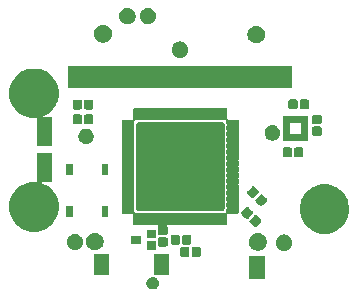
<source format=gts>
G04 #@! TF.GenerationSoftware,KiCad,Pcbnew,5.1.2-f72e74a~84~ubuntu18.04.1*
G04 #@! TF.CreationDate,2019-05-05T18:31:10+02:00*
G04 #@! TF.ProjectId,f-91w,662d3931-772e-46b6-9963-61645f706362,2*
G04 #@! TF.SameCoordinates,Original*
G04 #@! TF.FileFunction,Soldermask,Top*
G04 #@! TF.FilePolarity,Negative*
%FSLAX46Y46*%
G04 Gerber Fmt 4.6, Leading zero omitted, Abs format (unit mm)*
G04 Created by KiCad (PCBNEW 5.1.2-f72e74a~84~ubuntu18.04.1) date 2019-05-05 18:31:10*
%MOMM*%
%LPD*%
G04 APERTURE LIST*
%ADD10C,0.100000*%
G04 APERTURE END LIST*
D10*
G36*
X55803135Y-107865175D02*
G01*
X55803138Y-107865176D01*
X55803137Y-107865176D01*
X55898681Y-107904751D01*
X55984668Y-107962206D01*
X56057794Y-108035332D01*
X56115249Y-108121319D01*
X56148034Y-108200471D01*
X56154825Y-108216865D01*
X56175000Y-108318291D01*
X56175000Y-108421709D01*
X56154825Y-108523135D01*
X56154824Y-108523137D01*
X56115249Y-108618681D01*
X56057794Y-108704668D01*
X55984668Y-108777794D01*
X55898681Y-108835249D01*
X55819529Y-108868034D01*
X55803135Y-108874825D01*
X55701709Y-108895000D01*
X55598291Y-108895000D01*
X55496865Y-108874825D01*
X55480471Y-108868034D01*
X55401319Y-108835249D01*
X55315332Y-108777794D01*
X55242206Y-108704668D01*
X55184751Y-108618681D01*
X55145176Y-108523137D01*
X55145175Y-108523135D01*
X55125000Y-108421709D01*
X55125000Y-108318291D01*
X55145175Y-108216865D01*
X55151966Y-108200471D01*
X55184751Y-108121319D01*
X55242206Y-108035332D01*
X55315332Y-107962206D01*
X55401319Y-107904751D01*
X55496863Y-107865176D01*
X55496862Y-107865176D01*
X55496865Y-107865175D01*
X55598291Y-107845000D01*
X55701709Y-107845000D01*
X55803135Y-107865175D01*
X55803135Y-107865175D01*
G37*
G36*
X65200000Y-108040000D02*
G01*
X63800000Y-108040000D01*
X63800000Y-106041000D01*
X65200000Y-106041000D01*
X65200000Y-108040000D01*
X65200000Y-108040000D01*
G37*
G36*
X57030000Y-107640000D02*
G01*
X55730000Y-107640000D01*
X55730000Y-105940000D01*
X57030000Y-105940000D01*
X57030000Y-107640000D01*
X57030000Y-107640000D01*
G37*
G36*
X51950000Y-107640000D02*
G01*
X50650000Y-107640000D01*
X50650000Y-105940000D01*
X51950000Y-105940000D01*
X51950000Y-107640000D01*
X51950000Y-107640000D01*
G37*
G36*
X59596605Y-105324551D02*
G01*
X59628922Y-105334355D01*
X59658703Y-105350273D01*
X59684806Y-105371694D01*
X59706227Y-105397797D01*
X59722145Y-105427578D01*
X59731949Y-105459895D01*
X59735500Y-105495954D01*
X59735500Y-105986046D01*
X59731949Y-106022105D01*
X59722145Y-106054422D01*
X59706227Y-106084203D01*
X59684806Y-106110306D01*
X59658703Y-106131727D01*
X59628922Y-106147645D01*
X59596605Y-106157449D01*
X59560546Y-106161000D01*
X59120454Y-106161000D01*
X59084395Y-106157449D01*
X59052078Y-106147645D01*
X59022297Y-106131727D01*
X58996194Y-106110306D01*
X58974773Y-106084203D01*
X58958855Y-106054422D01*
X58949051Y-106022105D01*
X58945500Y-105986046D01*
X58945500Y-105495954D01*
X58949051Y-105459895D01*
X58958855Y-105427578D01*
X58974773Y-105397797D01*
X58996194Y-105371694D01*
X59022297Y-105350273D01*
X59052078Y-105334355D01*
X59084395Y-105324551D01*
X59120454Y-105321000D01*
X59560546Y-105321000D01*
X59596605Y-105324551D01*
X59596605Y-105324551D01*
G37*
G36*
X58626605Y-105324551D02*
G01*
X58658922Y-105334355D01*
X58688703Y-105350273D01*
X58714806Y-105371694D01*
X58736227Y-105397797D01*
X58752145Y-105427578D01*
X58761949Y-105459895D01*
X58765500Y-105495954D01*
X58765500Y-105986046D01*
X58761949Y-106022105D01*
X58752145Y-106054422D01*
X58736227Y-106084203D01*
X58714806Y-106110306D01*
X58688703Y-106131727D01*
X58658922Y-106147645D01*
X58626605Y-106157449D01*
X58590546Y-106161000D01*
X58150454Y-106161000D01*
X58114395Y-106157449D01*
X58082078Y-106147645D01*
X58052297Y-106131727D01*
X58026194Y-106110306D01*
X58004773Y-106084203D01*
X57988855Y-106054422D01*
X57979051Y-106022105D01*
X57975500Y-105986046D01*
X57975500Y-105495954D01*
X57979051Y-105459895D01*
X57988855Y-105427578D01*
X58004773Y-105397797D01*
X58026194Y-105371694D01*
X58052297Y-105350273D01*
X58082078Y-105334355D01*
X58114395Y-105324551D01*
X58150454Y-105321000D01*
X58590546Y-105321000D01*
X58626605Y-105324551D01*
X58626605Y-105324551D01*
G37*
G36*
X66974181Y-104266900D02*
G01*
X67101573Y-104319667D01*
X67115310Y-104328846D01*
X67216224Y-104396274D01*
X67313726Y-104493776D01*
X67345280Y-104541000D01*
X67390333Y-104608427D01*
X67443100Y-104735819D01*
X67470000Y-104871055D01*
X67470000Y-105008945D01*
X67443100Y-105144181D01*
X67390333Y-105271573D01*
X67390332Y-105271574D01*
X67313726Y-105386224D01*
X67216224Y-105483726D01*
X67139617Y-105534913D01*
X67101573Y-105560333D01*
X66974181Y-105613100D01*
X66838945Y-105640000D01*
X66701055Y-105640000D01*
X66565819Y-105613100D01*
X66438427Y-105560333D01*
X66400383Y-105534913D01*
X66323776Y-105483726D01*
X66226274Y-105386224D01*
X66149668Y-105271574D01*
X66149667Y-105271573D01*
X66096900Y-105144181D01*
X66070000Y-105008945D01*
X66070000Y-104871055D01*
X66096900Y-104735819D01*
X66149667Y-104608427D01*
X66194720Y-104541000D01*
X66226274Y-104493776D01*
X66323776Y-104396274D01*
X66424690Y-104328846D01*
X66438427Y-104319667D01*
X66565819Y-104266900D01*
X66701055Y-104240000D01*
X66838945Y-104240000D01*
X66974181Y-104266900D01*
X66974181Y-104266900D01*
G37*
G36*
X64773765Y-104164821D02*
G01*
X64910257Y-104221358D01*
X65033096Y-104303436D01*
X65137564Y-104407904D01*
X65219642Y-104530743D01*
X65276179Y-104667235D01*
X65305000Y-104812130D01*
X65305000Y-104959870D01*
X65276179Y-105104765D01*
X65219642Y-105241257D01*
X65137564Y-105364096D01*
X65033096Y-105468564D01*
X64910257Y-105550642D01*
X64773765Y-105607179D01*
X64628870Y-105636000D01*
X64481130Y-105636000D01*
X64336235Y-105607179D01*
X64199743Y-105550642D01*
X64076904Y-105468564D01*
X63972436Y-105364096D01*
X63890358Y-105241257D01*
X63833821Y-105104765D01*
X63805000Y-104959870D01*
X63805000Y-104812130D01*
X63833821Y-104667235D01*
X63890358Y-104530743D01*
X63972436Y-104407904D01*
X64076904Y-104303436D01*
X64199743Y-104221358D01*
X64336235Y-104164821D01*
X64481130Y-104136000D01*
X64628870Y-104136000D01*
X64773765Y-104164821D01*
X64773765Y-104164821D01*
G37*
G36*
X50972765Y-104124821D02*
G01*
X51109257Y-104181358D01*
X51232096Y-104263436D01*
X51336564Y-104367904D01*
X51418642Y-104490743D01*
X51475179Y-104627235D01*
X51504000Y-104772130D01*
X51504000Y-104919870D01*
X51475179Y-105064765D01*
X51418642Y-105201257D01*
X51336564Y-105324096D01*
X51232096Y-105428564D01*
X51109257Y-105510642D01*
X50972765Y-105567179D01*
X50827870Y-105596000D01*
X50680130Y-105596000D01*
X50535235Y-105567179D01*
X50398743Y-105510642D01*
X50275904Y-105428564D01*
X50171436Y-105324096D01*
X50089358Y-105201257D01*
X50032821Y-105064765D01*
X50004000Y-104919870D01*
X50004000Y-104772130D01*
X50032821Y-104627235D01*
X50089358Y-104490743D01*
X50171436Y-104367904D01*
X50275904Y-104263436D01*
X50398743Y-104181358D01*
X50535235Y-104124821D01*
X50680130Y-104096000D01*
X50827870Y-104096000D01*
X50972765Y-104124821D01*
X50972765Y-104124821D01*
G37*
G36*
X49274181Y-104216900D02*
G01*
X49401573Y-104269667D01*
X49423555Y-104284355D01*
X49516224Y-104346274D01*
X49613726Y-104443776D01*
X49648643Y-104496034D01*
X49690333Y-104558427D01*
X49743100Y-104685819D01*
X49770000Y-104821055D01*
X49770000Y-104958945D01*
X49743100Y-105094181D01*
X49690333Y-105221573D01*
X49677180Y-105241258D01*
X49613726Y-105336224D01*
X49516224Y-105433726D01*
X49447014Y-105479970D01*
X49401573Y-105510333D01*
X49274181Y-105563100D01*
X49138945Y-105590000D01*
X49001055Y-105590000D01*
X48865819Y-105563100D01*
X48738427Y-105510333D01*
X48692986Y-105479970D01*
X48623776Y-105433726D01*
X48526274Y-105336224D01*
X48462820Y-105241258D01*
X48449667Y-105221573D01*
X48396900Y-105094181D01*
X48370000Y-104958945D01*
X48370000Y-104821055D01*
X48396900Y-104685819D01*
X48449667Y-104558427D01*
X48491357Y-104496034D01*
X48526274Y-104443776D01*
X48623776Y-104346274D01*
X48716445Y-104284355D01*
X48738427Y-104269667D01*
X48865819Y-104216900D01*
X49001055Y-104190000D01*
X49138945Y-104190000D01*
X49274181Y-104216900D01*
X49274181Y-104216900D01*
G37*
G36*
X55955500Y-105541000D02*
G01*
X55155500Y-105541000D01*
X55155500Y-104841000D01*
X55955500Y-104841000D01*
X55955500Y-105541000D01*
X55955500Y-105541000D01*
G37*
G36*
X56786605Y-104484551D02*
G01*
X56818922Y-104494355D01*
X56848703Y-104510273D01*
X56874806Y-104531694D01*
X56896227Y-104557797D01*
X56912145Y-104587578D01*
X56921949Y-104619895D01*
X56925500Y-104655954D01*
X56925500Y-105096046D01*
X56921949Y-105132105D01*
X56912145Y-105164422D01*
X56896227Y-105194203D01*
X56874806Y-105220306D01*
X56848703Y-105241727D01*
X56818922Y-105257645D01*
X56786605Y-105267449D01*
X56750546Y-105271000D01*
X56260454Y-105271000D01*
X56224395Y-105267449D01*
X56192078Y-105257645D01*
X56162297Y-105241727D01*
X56136194Y-105220306D01*
X56114773Y-105194203D01*
X56098855Y-105164422D01*
X56089051Y-105132105D01*
X56085500Y-105096046D01*
X56085500Y-104655954D01*
X56089051Y-104619895D01*
X56098855Y-104587578D01*
X56114773Y-104557797D01*
X56136194Y-104531694D01*
X56162297Y-104510273D01*
X56192078Y-104494355D01*
X56224395Y-104484551D01*
X56260454Y-104481000D01*
X56750546Y-104481000D01*
X56786605Y-104484551D01*
X56786605Y-104484551D01*
G37*
G36*
X57826605Y-104274551D02*
G01*
X57858922Y-104284355D01*
X57888703Y-104300273D01*
X57914806Y-104321694D01*
X57936227Y-104347797D01*
X57952145Y-104377578D01*
X57961949Y-104409895D01*
X57965500Y-104445954D01*
X57965500Y-104936046D01*
X57961949Y-104972105D01*
X57952145Y-105004422D01*
X57936227Y-105034203D01*
X57914806Y-105060306D01*
X57888703Y-105081727D01*
X57858922Y-105097645D01*
X57826605Y-105107449D01*
X57790546Y-105111000D01*
X57350454Y-105111000D01*
X57314395Y-105107449D01*
X57282078Y-105097645D01*
X57252297Y-105081727D01*
X57226194Y-105060306D01*
X57204773Y-105034203D01*
X57188855Y-105004422D01*
X57179051Y-104972105D01*
X57175500Y-104936046D01*
X57175500Y-104445954D01*
X57179051Y-104409895D01*
X57188855Y-104377578D01*
X57204773Y-104347797D01*
X57226194Y-104321694D01*
X57252297Y-104300273D01*
X57282078Y-104284355D01*
X57314395Y-104274551D01*
X57350454Y-104271000D01*
X57790546Y-104271000D01*
X57826605Y-104274551D01*
X57826605Y-104274551D01*
G37*
G36*
X58796605Y-104274551D02*
G01*
X58828922Y-104284355D01*
X58858703Y-104300273D01*
X58884806Y-104321694D01*
X58906227Y-104347797D01*
X58922145Y-104377578D01*
X58931949Y-104409895D01*
X58935500Y-104445954D01*
X58935500Y-104936046D01*
X58931949Y-104972105D01*
X58922145Y-105004422D01*
X58906227Y-105034203D01*
X58884806Y-105060306D01*
X58858703Y-105081727D01*
X58828922Y-105097645D01*
X58796605Y-105107449D01*
X58760546Y-105111000D01*
X58320454Y-105111000D01*
X58284395Y-105107449D01*
X58252078Y-105097645D01*
X58222297Y-105081727D01*
X58196194Y-105060306D01*
X58174773Y-105034203D01*
X58158855Y-105004422D01*
X58149051Y-104972105D01*
X58145500Y-104936046D01*
X58145500Y-104445954D01*
X58149051Y-104409895D01*
X58158855Y-104377578D01*
X58174773Y-104347797D01*
X58196194Y-104321694D01*
X58222297Y-104300273D01*
X58252078Y-104284355D01*
X58284395Y-104274551D01*
X58320454Y-104271000D01*
X58760546Y-104271000D01*
X58796605Y-104274551D01*
X58796605Y-104274551D01*
G37*
G36*
X54655500Y-105041000D02*
G01*
X53855500Y-105041000D01*
X53855500Y-104341000D01*
X54655500Y-104341000D01*
X54655500Y-105041000D01*
X54655500Y-105041000D01*
G37*
G36*
X55955500Y-104541000D02*
G01*
X55155500Y-104541000D01*
X55155500Y-103841000D01*
X55955500Y-103841000D01*
X55955500Y-104541000D01*
X55955500Y-104541000D01*
G37*
G36*
X54404525Y-93526918D02*
G01*
X54420892Y-93531883D01*
X54435978Y-93539948D01*
X54449201Y-93550799D01*
X54461351Y-93565604D01*
X54468281Y-93572535D01*
X54476431Y-93577980D01*
X54485487Y-93581731D01*
X54495100Y-93583643D01*
X54504901Y-93583643D01*
X54514514Y-93581731D01*
X54523570Y-93577980D01*
X54531719Y-93572534D01*
X54538649Y-93565604D01*
X54550799Y-93550799D01*
X54564022Y-93539948D01*
X54579108Y-93531883D01*
X54595475Y-93526918D01*
X54614954Y-93525000D01*
X54885046Y-93525000D01*
X54904525Y-93526918D01*
X54920892Y-93531883D01*
X54935978Y-93539948D01*
X54949201Y-93550799D01*
X54961351Y-93565604D01*
X54968281Y-93572535D01*
X54976431Y-93577980D01*
X54985487Y-93581731D01*
X54995100Y-93583643D01*
X55004901Y-93583643D01*
X55014514Y-93581731D01*
X55023570Y-93577980D01*
X55031719Y-93572534D01*
X55038649Y-93565604D01*
X55050799Y-93550799D01*
X55064022Y-93539948D01*
X55079108Y-93531883D01*
X55095475Y-93526918D01*
X55114954Y-93525000D01*
X55385046Y-93525000D01*
X55404525Y-93526918D01*
X55420892Y-93531883D01*
X55435978Y-93539948D01*
X55449201Y-93550799D01*
X55461351Y-93565604D01*
X55468281Y-93572535D01*
X55476431Y-93577980D01*
X55485487Y-93581731D01*
X55495100Y-93583643D01*
X55504901Y-93583643D01*
X55514514Y-93581731D01*
X55523570Y-93577980D01*
X55531719Y-93572534D01*
X55538649Y-93565604D01*
X55550799Y-93550799D01*
X55564022Y-93539948D01*
X55579108Y-93531883D01*
X55595475Y-93526918D01*
X55614954Y-93525000D01*
X55885046Y-93525000D01*
X55904525Y-93526918D01*
X55920892Y-93531883D01*
X55935978Y-93539948D01*
X55949201Y-93550799D01*
X55961351Y-93565604D01*
X55968281Y-93572535D01*
X55976431Y-93577980D01*
X55985487Y-93581731D01*
X55995100Y-93583643D01*
X56004901Y-93583643D01*
X56014514Y-93581731D01*
X56023570Y-93577980D01*
X56031719Y-93572534D01*
X56038649Y-93565604D01*
X56050799Y-93550799D01*
X56064022Y-93539948D01*
X56079108Y-93531883D01*
X56095475Y-93526918D01*
X56114954Y-93525000D01*
X56385046Y-93525000D01*
X56404525Y-93526918D01*
X56420892Y-93531883D01*
X56435978Y-93539948D01*
X56449201Y-93550799D01*
X56461351Y-93565604D01*
X56468281Y-93572535D01*
X56476431Y-93577980D01*
X56485487Y-93581731D01*
X56495100Y-93583643D01*
X56504901Y-93583643D01*
X56514514Y-93581731D01*
X56523570Y-93577980D01*
X56531719Y-93572534D01*
X56538649Y-93565604D01*
X56550799Y-93550799D01*
X56564022Y-93539948D01*
X56579108Y-93531883D01*
X56595475Y-93526918D01*
X56614954Y-93525000D01*
X56885046Y-93525000D01*
X56904525Y-93526918D01*
X56920892Y-93531883D01*
X56935978Y-93539948D01*
X56949201Y-93550799D01*
X56961351Y-93565604D01*
X56968281Y-93572535D01*
X56976431Y-93577980D01*
X56985487Y-93581731D01*
X56995100Y-93583643D01*
X57004901Y-93583643D01*
X57014514Y-93581731D01*
X57023570Y-93577980D01*
X57031719Y-93572534D01*
X57038649Y-93565604D01*
X57050799Y-93550799D01*
X57064022Y-93539948D01*
X57079108Y-93531883D01*
X57095475Y-93526918D01*
X57114954Y-93525000D01*
X57385046Y-93525000D01*
X57404525Y-93526918D01*
X57420892Y-93531883D01*
X57435978Y-93539948D01*
X57449201Y-93550799D01*
X57461351Y-93565604D01*
X57468281Y-93572535D01*
X57476431Y-93577980D01*
X57485487Y-93581731D01*
X57495100Y-93583643D01*
X57504901Y-93583643D01*
X57514514Y-93581731D01*
X57523570Y-93577980D01*
X57531719Y-93572534D01*
X57538649Y-93565604D01*
X57550799Y-93550799D01*
X57564022Y-93539948D01*
X57579108Y-93531883D01*
X57595475Y-93526918D01*
X57614954Y-93525000D01*
X57885046Y-93525000D01*
X57904525Y-93526918D01*
X57920892Y-93531883D01*
X57935978Y-93539948D01*
X57949201Y-93550799D01*
X57961351Y-93565604D01*
X57968281Y-93572535D01*
X57976431Y-93577980D01*
X57985487Y-93581731D01*
X57995100Y-93583643D01*
X58004901Y-93583643D01*
X58014514Y-93581731D01*
X58023570Y-93577980D01*
X58031719Y-93572534D01*
X58038649Y-93565604D01*
X58050799Y-93550799D01*
X58064022Y-93539948D01*
X58079108Y-93531883D01*
X58095475Y-93526918D01*
X58114954Y-93525000D01*
X58385046Y-93525000D01*
X58404525Y-93526918D01*
X58420892Y-93531883D01*
X58435978Y-93539948D01*
X58449201Y-93550799D01*
X58461351Y-93565604D01*
X58468281Y-93572535D01*
X58476431Y-93577980D01*
X58485487Y-93581731D01*
X58495100Y-93583643D01*
X58504901Y-93583643D01*
X58514514Y-93581731D01*
X58523570Y-93577980D01*
X58531719Y-93572534D01*
X58538649Y-93565604D01*
X58550799Y-93550799D01*
X58564022Y-93539948D01*
X58579108Y-93531883D01*
X58595475Y-93526918D01*
X58614954Y-93525000D01*
X58885046Y-93525000D01*
X58904525Y-93526918D01*
X58920892Y-93531883D01*
X58935978Y-93539948D01*
X58949201Y-93550799D01*
X58961351Y-93565604D01*
X58968281Y-93572535D01*
X58976431Y-93577980D01*
X58985487Y-93581731D01*
X58995100Y-93583643D01*
X59004901Y-93583643D01*
X59014514Y-93581731D01*
X59023570Y-93577980D01*
X59031719Y-93572534D01*
X59038649Y-93565604D01*
X59050799Y-93550799D01*
X59064022Y-93539948D01*
X59079108Y-93531883D01*
X59095475Y-93526918D01*
X59114954Y-93525000D01*
X59385046Y-93525000D01*
X59404525Y-93526918D01*
X59420892Y-93531883D01*
X59435978Y-93539948D01*
X59449201Y-93550799D01*
X59461351Y-93565604D01*
X59468281Y-93572535D01*
X59476431Y-93577980D01*
X59485487Y-93581731D01*
X59495100Y-93583643D01*
X59504901Y-93583643D01*
X59514514Y-93581731D01*
X59523570Y-93577980D01*
X59531719Y-93572534D01*
X59538649Y-93565604D01*
X59550799Y-93550799D01*
X59564022Y-93539948D01*
X59579108Y-93531883D01*
X59595475Y-93526918D01*
X59614954Y-93525000D01*
X59885046Y-93525000D01*
X59904525Y-93526918D01*
X59920892Y-93531883D01*
X59935978Y-93539948D01*
X59949201Y-93550799D01*
X59961351Y-93565604D01*
X59968281Y-93572535D01*
X59976431Y-93577980D01*
X59985487Y-93581731D01*
X59995100Y-93583643D01*
X60004901Y-93583643D01*
X60014514Y-93581731D01*
X60023570Y-93577980D01*
X60031719Y-93572534D01*
X60038649Y-93565604D01*
X60050799Y-93550799D01*
X60064022Y-93539948D01*
X60079108Y-93531883D01*
X60095475Y-93526918D01*
X60114954Y-93525000D01*
X60385046Y-93525000D01*
X60404525Y-93526918D01*
X60420892Y-93531883D01*
X60435978Y-93539948D01*
X60449201Y-93550799D01*
X60461351Y-93565604D01*
X60468281Y-93572535D01*
X60476431Y-93577980D01*
X60485487Y-93581731D01*
X60495100Y-93583643D01*
X60504901Y-93583643D01*
X60514514Y-93581731D01*
X60523570Y-93577980D01*
X60531719Y-93572534D01*
X60538649Y-93565604D01*
X60550799Y-93550799D01*
X60564022Y-93539948D01*
X60579108Y-93531883D01*
X60595475Y-93526918D01*
X60614954Y-93525000D01*
X60885046Y-93525000D01*
X60904525Y-93526918D01*
X60920892Y-93531883D01*
X60935978Y-93539948D01*
X60949201Y-93550799D01*
X60961351Y-93565604D01*
X60968281Y-93572535D01*
X60976431Y-93577980D01*
X60985487Y-93581731D01*
X60995100Y-93583643D01*
X61004901Y-93583643D01*
X61014514Y-93581731D01*
X61023570Y-93577980D01*
X61031719Y-93572534D01*
X61038649Y-93565604D01*
X61050799Y-93550799D01*
X61064022Y-93539948D01*
X61079108Y-93531883D01*
X61095475Y-93526918D01*
X61114954Y-93525000D01*
X61385046Y-93525000D01*
X61404525Y-93526918D01*
X61420892Y-93531883D01*
X61435978Y-93539948D01*
X61449201Y-93550799D01*
X61461351Y-93565604D01*
X61468281Y-93572535D01*
X61476431Y-93577980D01*
X61485487Y-93581731D01*
X61495100Y-93583643D01*
X61504901Y-93583643D01*
X61514514Y-93581731D01*
X61523570Y-93577980D01*
X61531719Y-93572534D01*
X61538649Y-93565604D01*
X61550799Y-93550799D01*
X61564022Y-93539948D01*
X61579108Y-93531883D01*
X61595475Y-93526918D01*
X61614954Y-93525000D01*
X61885046Y-93525000D01*
X61904525Y-93526918D01*
X61920892Y-93531883D01*
X61935978Y-93539948D01*
X61949201Y-93550799D01*
X61960052Y-93564022D01*
X61968117Y-93579108D01*
X61973082Y-93595475D01*
X61975000Y-93614954D01*
X61975000Y-94475001D01*
X61975961Y-94484755D01*
X61978806Y-94494135D01*
X61983426Y-94502779D01*
X61989644Y-94510356D01*
X61997221Y-94516574D01*
X62005865Y-94521194D01*
X62015245Y-94524039D01*
X62024999Y-94525000D01*
X62885046Y-94525000D01*
X62904525Y-94526918D01*
X62920892Y-94531883D01*
X62935978Y-94539948D01*
X62949201Y-94550799D01*
X62960052Y-94564022D01*
X62968117Y-94579108D01*
X62973082Y-94595475D01*
X62975000Y-94614954D01*
X62975000Y-94885046D01*
X62973082Y-94904525D01*
X62968117Y-94920892D01*
X62960052Y-94935978D01*
X62949201Y-94949201D01*
X62934396Y-94961351D01*
X62927465Y-94968281D01*
X62922020Y-94976431D01*
X62918269Y-94985487D01*
X62916357Y-94995100D01*
X62916357Y-95004901D01*
X62918269Y-95014514D01*
X62922020Y-95023570D01*
X62927466Y-95031719D01*
X62934396Y-95038649D01*
X62949201Y-95050799D01*
X62960052Y-95064022D01*
X62968117Y-95079108D01*
X62973082Y-95095475D01*
X62975000Y-95114954D01*
X62975000Y-95385046D01*
X62973082Y-95404525D01*
X62968117Y-95420892D01*
X62960052Y-95435978D01*
X62949201Y-95449201D01*
X62934396Y-95461351D01*
X62927465Y-95468281D01*
X62922020Y-95476431D01*
X62918269Y-95485487D01*
X62916357Y-95495100D01*
X62916357Y-95504901D01*
X62918269Y-95514514D01*
X62922020Y-95523570D01*
X62927466Y-95531719D01*
X62934396Y-95538649D01*
X62949201Y-95550799D01*
X62960052Y-95564022D01*
X62968117Y-95579108D01*
X62973082Y-95595475D01*
X62975000Y-95614954D01*
X62975000Y-95885046D01*
X62973082Y-95904525D01*
X62968117Y-95920892D01*
X62960052Y-95935978D01*
X62949201Y-95949201D01*
X62934396Y-95961351D01*
X62927465Y-95968281D01*
X62922020Y-95976431D01*
X62918269Y-95985487D01*
X62916357Y-95995100D01*
X62916357Y-96004901D01*
X62918269Y-96014514D01*
X62922020Y-96023570D01*
X62927466Y-96031719D01*
X62934396Y-96038649D01*
X62949201Y-96050799D01*
X62960052Y-96064022D01*
X62968117Y-96079108D01*
X62973082Y-96095475D01*
X62975000Y-96114954D01*
X62975000Y-96385046D01*
X62973082Y-96404525D01*
X62968117Y-96420892D01*
X62960052Y-96435978D01*
X62949201Y-96449201D01*
X62934396Y-96461351D01*
X62927465Y-96468281D01*
X62922020Y-96476431D01*
X62918269Y-96485487D01*
X62916357Y-96495100D01*
X62916357Y-96504901D01*
X62918269Y-96514514D01*
X62922020Y-96523570D01*
X62927466Y-96531719D01*
X62934396Y-96538649D01*
X62949201Y-96550799D01*
X62960052Y-96564022D01*
X62968117Y-96579108D01*
X62973082Y-96595475D01*
X62975000Y-96614954D01*
X62975000Y-96885046D01*
X62973082Y-96904525D01*
X62968117Y-96920892D01*
X62960052Y-96935978D01*
X62949201Y-96949201D01*
X62934396Y-96961351D01*
X62927465Y-96968281D01*
X62922020Y-96976431D01*
X62918269Y-96985487D01*
X62916357Y-96995100D01*
X62916357Y-97004901D01*
X62918269Y-97014514D01*
X62922020Y-97023570D01*
X62927466Y-97031719D01*
X62934396Y-97038649D01*
X62949201Y-97050799D01*
X62960052Y-97064022D01*
X62968117Y-97079108D01*
X62973082Y-97095475D01*
X62975000Y-97114954D01*
X62975000Y-97385046D01*
X62973082Y-97404525D01*
X62968117Y-97420892D01*
X62960052Y-97435978D01*
X62949201Y-97449201D01*
X62934396Y-97461351D01*
X62927465Y-97468281D01*
X62922020Y-97476431D01*
X62918269Y-97485487D01*
X62916357Y-97495100D01*
X62916357Y-97504901D01*
X62918269Y-97514514D01*
X62922020Y-97523570D01*
X62927466Y-97531719D01*
X62934396Y-97538649D01*
X62949201Y-97550799D01*
X62960052Y-97564022D01*
X62968117Y-97579108D01*
X62973082Y-97595475D01*
X62975000Y-97614954D01*
X62975000Y-97885046D01*
X62973082Y-97904525D01*
X62968117Y-97920892D01*
X62960052Y-97935978D01*
X62949201Y-97949201D01*
X62934396Y-97961351D01*
X62927465Y-97968281D01*
X62922020Y-97976431D01*
X62918269Y-97985487D01*
X62916357Y-97995100D01*
X62916357Y-98004901D01*
X62918269Y-98014514D01*
X62922020Y-98023570D01*
X62927466Y-98031719D01*
X62934396Y-98038649D01*
X62949201Y-98050799D01*
X62960052Y-98064022D01*
X62968117Y-98079108D01*
X62973082Y-98095475D01*
X62975000Y-98114954D01*
X62975000Y-98385046D01*
X62973082Y-98404525D01*
X62968117Y-98420892D01*
X62960052Y-98435978D01*
X62949201Y-98449201D01*
X62934396Y-98461351D01*
X62927465Y-98468281D01*
X62922020Y-98476431D01*
X62918269Y-98485487D01*
X62916357Y-98495100D01*
X62916357Y-98504901D01*
X62918269Y-98514514D01*
X62922020Y-98523570D01*
X62927466Y-98531719D01*
X62934396Y-98538649D01*
X62949201Y-98550799D01*
X62960052Y-98564022D01*
X62968117Y-98579108D01*
X62973082Y-98595475D01*
X62975000Y-98614954D01*
X62975000Y-98885046D01*
X62973082Y-98904525D01*
X62968117Y-98920892D01*
X62960052Y-98935978D01*
X62949201Y-98949201D01*
X62934396Y-98961351D01*
X62927465Y-98968281D01*
X62922020Y-98976431D01*
X62918269Y-98985487D01*
X62916357Y-98995100D01*
X62916357Y-99004901D01*
X62918269Y-99014514D01*
X62922020Y-99023570D01*
X62927466Y-99031719D01*
X62934396Y-99038649D01*
X62949201Y-99050799D01*
X62960052Y-99064022D01*
X62968117Y-99079108D01*
X62973082Y-99095475D01*
X62975000Y-99114954D01*
X62975000Y-99385046D01*
X62973082Y-99404525D01*
X62968117Y-99420892D01*
X62960052Y-99435978D01*
X62949201Y-99449201D01*
X62934396Y-99461351D01*
X62927465Y-99468281D01*
X62922020Y-99476431D01*
X62918269Y-99485487D01*
X62916357Y-99495100D01*
X62916357Y-99504901D01*
X62918269Y-99514514D01*
X62922020Y-99523570D01*
X62927466Y-99531719D01*
X62934396Y-99538649D01*
X62949201Y-99550799D01*
X62960052Y-99564022D01*
X62968117Y-99579108D01*
X62973082Y-99595475D01*
X62975000Y-99614954D01*
X62975000Y-99885046D01*
X62973082Y-99904525D01*
X62968117Y-99920892D01*
X62960052Y-99935978D01*
X62949201Y-99949201D01*
X62934396Y-99961351D01*
X62927465Y-99968281D01*
X62922020Y-99976431D01*
X62918269Y-99985487D01*
X62916357Y-99995100D01*
X62916357Y-100004901D01*
X62918269Y-100014514D01*
X62922020Y-100023570D01*
X62927466Y-100031719D01*
X62934396Y-100038649D01*
X62949201Y-100050799D01*
X62960052Y-100064022D01*
X62968117Y-100079108D01*
X62973082Y-100095475D01*
X62975000Y-100114954D01*
X62975000Y-100385046D01*
X62973082Y-100404525D01*
X62968117Y-100420892D01*
X62960052Y-100435978D01*
X62949201Y-100449201D01*
X62934396Y-100461351D01*
X62927465Y-100468281D01*
X62922020Y-100476431D01*
X62918269Y-100485487D01*
X62916357Y-100495100D01*
X62916357Y-100504901D01*
X62918269Y-100514514D01*
X62922020Y-100523570D01*
X62927466Y-100531719D01*
X62934396Y-100538649D01*
X62949201Y-100550799D01*
X62960052Y-100564022D01*
X62968117Y-100579108D01*
X62973082Y-100595475D01*
X62975000Y-100614954D01*
X62975000Y-100885046D01*
X62973082Y-100904525D01*
X62968117Y-100920892D01*
X62960052Y-100935978D01*
X62949201Y-100949201D01*
X62934396Y-100961351D01*
X62927465Y-100968281D01*
X62922020Y-100976431D01*
X62918269Y-100985487D01*
X62916357Y-100995100D01*
X62916357Y-101004901D01*
X62918269Y-101014514D01*
X62922020Y-101023570D01*
X62927466Y-101031719D01*
X62934396Y-101038649D01*
X62949201Y-101050799D01*
X62960052Y-101064022D01*
X62968117Y-101079108D01*
X62973082Y-101095475D01*
X62975000Y-101114954D01*
X62975000Y-101385046D01*
X62973082Y-101404525D01*
X62968117Y-101420892D01*
X62960052Y-101435978D01*
X62949201Y-101449201D01*
X62934396Y-101461351D01*
X62927465Y-101468281D01*
X62922020Y-101476431D01*
X62918269Y-101485487D01*
X62916357Y-101495100D01*
X62916357Y-101504901D01*
X62918269Y-101514514D01*
X62922020Y-101523570D01*
X62927466Y-101531719D01*
X62934396Y-101538649D01*
X62949201Y-101550799D01*
X62960052Y-101564022D01*
X62968117Y-101579108D01*
X62973082Y-101595475D01*
X62975000Y-101614954D01*
X62975000Y-101885046D01*
X62973082Y-101904525D01*
X62968117Y-101920892D01*
X62960052Y-101935978D01*
X62949201Y-101949201D01*
X62934396Y-101961351D01*
X62927465Y-101968281D01*
X62922020Y-101976431D01*
X62918269Y-101985487D01*
X62916357Y-101995100D01*
X62916357Y-102004901D01*
X62918269Y-102014514D01*
X62922020Y-102023570D01*
X62927466Y-102031719D01*
X62934396Y-102038649D01*
X62949201Y-102050799D01*
X62960052Y-102064022D01*
X62968117Y-102079108D01*
X62973082Y-102095475D01*
X62975000Y-102114954D01*
X62975000Y-102385046D01*
X62973082Y-102404525D01*
X62968117Y-102420892D01*
X62960052Y-102435978D01*
X62949201Y-102449201D01*
X62935978Y-102460052D01*
X62920892Y-102468117D01*
X62904525Y-102473082D01*
X62885046Y-102475000D01*
X62024999Y-102475000D01*
X62015245Y-102475961D01*
X62005865Y-102478806D01*
X61997221Y-102483426D01*
X61989644Y-102489644D01*
X61983426Y-102497221D01*
X61978806Y-102505865D01*
X61975961Y-102515245D01*
X61975000Y-102524999D01*
X61975000Y-103385046D01*
X61973082Y-103404525D01*
X61968117Y-103420892D01*
X61960052Y-103435978D01*
X61949201Y-103449201D01*
X61935978Y-103460052D01*
X61920892Y-103468117D01*
X61904525Y-103473082D01*
X61885046Y-103475000D01*
X61614954Y-103475000D01*
X61595475Y-103473082D01*
X61579108Y-103468117D01*
X61564022Y-103460052D01*
X61550799Y-103449201D01*
X61538649Y-103434396D01*
X61531719Y-103427465D01*
X61523569Y-103422020D01*
X61514513Y-103418269D01*
X61504900Y-103416357D01*
X61495099Y-103416357D01*
X61485486Y-103418269D01*
X61476430Y-103422020D01*
X61468281Y-103427466D01*
X61461351Y-103434396D01*
X61449201Y-103449201D01*
X61435978Y-103460052D01*
X61420892Y-103468117D01*
X61404525Y-103473082D01*
X61385046Y-103475000D01*
X61114954Y-103475000D01*
X61095475Y-103473082D01*
X61079108Y-103468117D01*
X61064022Y-103460052D01*
X61050799Y-103449201D01*
X61038649Y-103434396D01*
X61031719Y-103427465D01*
X61023569Y-103422020D01*
X61014513Y-103418269D01*
X61004900Y-103416357D01*
X60995099Y-103416357D01*
X60985486Y-103418269D01*
X60976430Y-103422020D01*
X60968281Y-103427466D01*
X60961351Y-103434396D01*
X60949201Y-103449201D01*
X60935978Y-103460052D01*
X60920892Y-103468117D01*
X60904525Y-103473082D01*
X60885046Y-103475000D01*
X60614954Y-103475000D01*
X60595475Y-103473082D01*
X60579108Y-103468117D01*
X60564022Y-103460052D01*
X60550799Y-103449201D01*
X60538649Y-103434396D01*
X60531719Y-103427465D01*
X60523569Y-103422020D01*
X60514513Y-103418269D01*
X60504900Y-103416357D01*
X60495099Y-103416357D01*
X60485486Y-103418269D01*
X60476430Y-103422020D01*
X60468281Y-103427466D01*
X60461351Y-103434396D01*
X60449201Y-103449201D01*
X60435978Y-103460052D01*
X60420892Y-103468117D01*
X60404525Y-103473082D01*
X60385046Y-103475000D01*
X60114954Y-103475000D01*
X60095475Y-103473082D01*
X60079108Y-103468117D01*
X60064022Y-103460052D01*
X60050799Y-103449201D01*
X60038649Y-103434396D01*
X60031719Y-103427465D01*
X60023569Y-103422020D01*
X60014513Y-103418269D01*
X60004900Y-103416357D01*
X59995099Y-103416357D01*
X59985486Y-103418269D01*
X59976430Y-103422020D01*
X59968281Y-103427466D01*
X59961351Y-103434396D01*
X59949201Y-103449201D01*
X59935978Y-103460052D01*
X59920892Y-103468117D01*
X59904525Y-103473082D01*
X59885046Y-103475000D01*
X59614954Y-103475000D01*
X59595475Y-103473082D01*
X59579108Y-103468117D01*
X59564022Y-103460052D01*
X59550799Y-103449201D01*
X59538649Y-103434396D01*
X59531719Y-103427465D01*
X59523569Y-103422020D01*
X59514513Y-103418269D01*
X59504900Y-103416357D01*
X59495099Y-103416357D01*
X59485486Y-103418269D01*
X59476430Y-103422020D01*
X59468281Y-103427466D01*
X59461351Y-103434396D01*
X59449201Y-103449201D01*
X59435978Y-103460052D01*
X59420892Y-103468117D01*
X59404525Y-103473082D01*
X59385046Y-103475000D01*
X59114954Y-103475000D01*
X59095475Y-103473082D01*
X59079108Y-103468117D01*
X59064022Y-103460052D01*
X59050799Y-103449201D01*
X59038649Y-103434396D01*
X59031719Y-103427465D01*
X59023569Y-103422020D01*
X59014513Y-103418269D01*
X59004900Y-103416357D01*
X58995099Y-103416357D01*
X58985486Y-103418269D01*
X58976430Y-103422020D01*
X58968281Y-103427466D01*
X58961351Y-103434396D01*
X58949201Y-103449201D01*
X58935978Y-103460052D01*
X58920892Y-103468117D01*
X58904525Y-103473082D01*
X58885046Y-103475000D01*
X58614954Y-103475000D01*
X58595475Y-103473082D01*
X58579108Y-103468117D01*
X58564022Y-103460052D01*
X58550799Y-103449201D01*
X58538649Y-103434396D01*
X58531719Y-103427465D01*
X58523569Y-103422020D01*
X58514513Y-103418269D01*
X58504900Y-103416357D01*
X58495099Y-103416357D01*
X58485486Y-103418269D01*
X58476430Y-103422020D01*
X58468281Y-103427466D01*
X58461351Y-103434396D01*
X58449201Y-103449201D01*
X58435978Y-103460052D01*
X58420892Y-103468117D01*
X58404525Y-103473082D01*
X58385046Y-103475000D01*
X58114954Y-103475000D01*
X58095475Y-103473082D01*
X58079108Y-103468117D01*
X58064022Y-103460052D01*
X58050799Y-103449201D01*
X58038649Y-103434396D01*
X58031719Y-103427465D01*
X58023569Y-103422020D01*
X58014513Y-103418269D01*
X58004900Y-103416357D01*
X57995099Y-103416357D01*
X57985486Y-103418269D01*
X57976430Y-103422020D01*
X57968281Y-103427466D01*
X57961351Y-103434396D01*
X57949201Y-103449201D01*
X57935978Y-103460052D01*
X57920892Y-103468117D01*
X57904525Y-103473082D01*
X57885046Y-103475000D01*
X57614954Y-103475000D01*
X57595475Y-103473082D01*
X57579108Y-103468117D01*
X57564022Y-103460052D01*
X57550799Y-103449201D01*
X57538649Y-103434396D01*
X57531719Y-103427465D01*
X57523569Y-103422020D01*
X57514513Y-103418269D01*
X57504900Y-103416357D01*
X57495099Y-103416357D01*
X57485486Y-103418269D01*
X57476430Y-103422020D01*
X57468281Y-103427466D01*
X57461351Y-103434396D01*
X57449201Y-103449201D01*
X57435978Y-103460052D01*
X57420892Y-103468117D01*
X57404525Y-103473082D01*
X57385046Y-103475000D01*
X57114954Y-103475000D01*
X57095475Y-103473082D01*
X57079108Y-103468117D01*
X57064022Y-103460052D01*
X57050799Y-103449201D01*
X57038649Y-103434396D01*
X57031719Y-103427465D01*
X57023569Y-103422020D01*
X57014513Y-103418269D01*
X57004900Y-103416357D01*
X56995099Y-103416357D01*
X56985486Y-103418269D01*
X56976430Y-103422020D01*
X56968281Y-103427466D01*
X56961351Y-103434396D01*
X56949201Y-103449201D01*
X56935978Y-103460052D01*
X56920892Y-103468117D01*
X56904524Y-103473082D01*
X56901709Y-103473359D01*
X56892096Y-103475272D01*
X56883041Y-103479023D01*
X56874891Y-103484469D01*
X56867961Y-103491400D01*
X56862516Y-103499550D01*
X56858765Y-103508605D01*
X56856854Y-103518218D01*
X56856854Y-103528020D01*
X56858767Y-103537633D01*
X56862518Y-103546688D01*
X56867964Y-103554838D01*
X56874733Y-103561606D01*
X56896227Y-103587797D01*
X56912145Y-103617578D01*
X56921949Y-103649895D01*
X56925500Y-103685954D01*
X56925500Y-104126046D01*
X56921949Y-104162105D01*
X56912145Y-104194422D01*
X56896227Y-104224203D01*
X56874806Y-104250306D01*
X56848703Y-104271727D01*
X56818922Y-104287645D01*
X56786605Y-104297449D01*
X56750546Y-104301000D01*
X56260454Y-104301000D01*
X56224395Y-104297449D01*
X56192078Y-104287645D01*
X56162297Y-104271727D01*
X56136194Y-104250306D01*
X56114773Y-104224203D01*
X56098855Y-104194422D01*
X56089051Y-104162105D01*
X56085500Y-104126046D01*
X56085500Y-103685954D01*
X56089051Y-103649895D01*
X56098855Y-103617578D01*
X56114773Y-103587797D01*
X56137231Y-103560431D01*
X56141857Y-103555806D01*
X56147303Y-103547657D01*
X56151055Y-103538602D01*
X56152968Y-103528989D01*
X56152969Y-103519187D01*
X56151057Y-103509574D01*
X56147307Y-103500518D01*
X56141862Y-103492368D01*
X56134932Y-103485437D01*
X56126783Y-103479991D01*
X56117728Y-103476239D01*
X56108111Y-103474326D01*
X56095475Y-103473082D01*
X56079108Y-103468117D01*
X56064022Y-103460052D01*
X56050799Y-103449201D01*
X56038649Y-103434396D01*
X56031719Y-103427465D01*
X56023569Y-103422020D01*
X56014513Y-103418269D01*
X56004900Y-103416357D01*
X55995099Y-103416357D01*
X55985486Y-103418269D01*
X55976430Y-103422020D01*
X55968281Y-103427466D01*
X55961351Y-103434396D01*
X55949201Y-103449201D01*
X55935978Y-103460052D01*
X55920892Y-103468117D01*
X55904525Y-103473082D01*
X55885046Y-103475000D01*
X55614954Y-103475000D01*
X55595475Y-103473082D01*
X55579108Y-103468117D01*
X55564022Y-103460052D01*
X55550799Y-103449201D01*
X55538649Y-103434396D01*
X55531719Y-103427465D01*
X55523569Y-103422020D01*
X55514513Y-103418269D01*
X55504900Y-103416357D01*
X55495099Y-103416357D01*
X55485486Y-103418269D01*
X55476430Y-103422020D01*
X55468281Y-103427466D01*
X55461351Y-103434396D01*
X55449201Y-103449201D01*
X55435978Y-103460052D01*
X55420892Y-103468117D01*
X55404525Y-103473082D01*
X55385046Y-103475000D01*
X55114954Y-103475000D01*
X55095475Y-103473082D01*
X55079108Y-103468117D01*
X55064022Y-103460052D01*
X55050799Y-103449201D01*
X55038649Y-103434396D01*
X55031719Y-103427465D01*
X55023569Y-103422020D01*
X55014513Y-103418269D01*
X55004900Y-103416357D01*
X54995099Y-103416357D01*
X54985486Y-103418269D01*
X54976430Y-103422020D01*
X54968281Y-103427466D01*
X54961351Y-103434396D01*
X54949201Y-103449201D01*
X54935978Y-103460052D01*
X54920892Y-103468117D01*
X54904525Y-103473082D01*
X54885046Y-103475000D01*
X54614954Y-103475000D01*
X54595475Y-103473082D01*
X54579108Y-103468117D01*
X54564022Y-103460052D01*
X54550799Y-103449201D01*
X54538649Y-103434396D01*
X54531719Y-103427465D01*
X54523569Y-103422020D01*
X54514513Y-103418269D01*
X54504900Y-103416357D01*
X54495099Y-103416357D01*
X54485486Y-103418269D01*
X54476430Y-103422020D01*
X54468281Y-103427466D01*
X54461351Y-103434396D01*
X54449201Y-103449201D01*
X54435978Y-103460052D01*
X54420892Y-103468117D01*
X54404525Y-103473082D01*
X54385046Y-103475000D01*
X54114954Y-103475000D01*
X54095475Y-103473082D01*
X54079108Y-103468117D01*
X54064022Y-103460052D01*
X54050799Y-103449201D01*
X54039948Y-103435978D01*
X54031883Y-103420892D01*
X54026918Y-103404525D01*
X54025000Y-103385046D01*
X54025000Y-102524999D01*
X54024039Y-102515245D01*
X54021194Y-102505865D01*
X54016574Y-102497221D01*
X54010356Y-102489644D01*
X54002779Y-102483426D01*
X53994135Y-102478806D01*
X53984755Y-102475961D01*
X53975001Y-102475000D01*
X53114954Y-102475000D01*
X53095475Y-102473082D01*
X53079108Y-102468117D01*
X53064022Y-102460052D01*
X53050799Y-102449201D01*
X53039948Y-102435978D01*
X53031883Y-102420892D01*
X53026918Y-102404525D01*
X53025000Y-102385046D01*
X53025000Y-102114954D01*
X53026918Y-102095475D01*
X53031883Y-102079108D01*
X53039948Y-102064022D01*
X53050799Y-102050799D01*
X53065604Y-102038649D01*
X53072535Y-102031719D01*
X53077980Y-102023569D01*
X53081731Y-102014513D01*
X53083643Y-102004900D01*
X53083643Y-101995099D01*
X53081731Y-101985486D01*
X53077980Y-101976430D01*
X53072534Y-101968281D01*
X53065604Y-101961351D01*
X53050799Y-101949201D01*
X53039948Y-101935978D01*
X53031883Y-101920892D01*
X53026918Y-101904525D01*
X53025000Y-101885046D01*
X53025000Y-101614954D01*
X53026918Y-101595475D01*
X53031883Y-101579108D01*
X53039948Y-101564022D01*
X53050799Y-101550799D01*
X53065604Y-101538649D01*
X53072535Y-101531719D01*
X53077980Y-101523569D01*
X53081731Y-101514513D01*
X53083643Y-101504900D01*
X53083643Y-101495099D01*
X53081731Y-101485486D01*
X53077980Y-101476430D01*
X53072534Y-101468281D01*
X53065604Y-101461351D01*
X53050799Y-101449201D01*
X53039948Y-101435978D01*
X53031883Y-101420892D01*
X53026918Y-101404525D01*
X53025000Y-101385046D01*
X53025000Y-101114954D01*
X53026918Y-101095475D01*
X53031883Y-101079108D01*
X53039948Y-101064022D01*
X53050799Y-101050799D01*
X53065604Y-101038649D01*
X53072535Y-101031719D01*
X53077980Y-101023569D01*
X53081731Y-101014513D01*
X53083643Y-101004900D01*
X53083643Y-100995099D01*
X53081731Y-100985486D01*
X53077980Y-100976430D01*
X53072534Y-100968281D01*
X53065604Y-100961351D01*
X53050799Y-100949201D01*
X53039948Y-100935978D01*
X53031883Y-100920892D01*
X53026918Y-100904525D01*
X53025000Y-100885046D01*
X53025000Y-100614954D01*
X53026918Y-100595475D01*
X53031883Y-100579108D01*
X53039948Y-100564022D01*
X53050799Y-100550799D01*
X53065604Y-100538649D01*
X53072535Y-100531719D01*
X53077980Y-100523569D01*
X53081731Y-100514513D01*
X53083643Y-100504900D01*
X53083643Y-100495099D01*
X53081731Y-100485486D01*
X53077980Y-100476430D01*
X53072534Y-100468281D01*
X53065604Y-100461351D01*
X53050799Y-100449201D01*
X53039948Y-100435978D01*
X53031883Y-100420892D01*
X53026918Y-100404525D01*
X53025000Y-100385046D01*
X53025000Y-100114954D01*
X53026918Y-100095475D01*
X53031883Y-100079108D01*
X53039948Y-100064022D01*
X53050799Y-100050799D01*
X53065604Y-100038649D01*
X53072535Y-100031719D01*
X53077980Y-100023569D01*
X53081731Y-100014513D01*
X53083643Y-100004900D01*
X53083643Y-99995099D01*
X53081731Y-99985486D01*
X53077980Y-99976430D01*
X53072534Y-99968281D01*
X53065604Y-99961351D01*
X53050799Y-99949201D01*
X53039948Y-99935978D01*
X53031883Y-99920892D01*
X53026918Y-99904525D01*
X53025000Y-99885046D01*
X53025000Y-99614954D01*
X53026918Y-99595475D01*
X53031883Y-99579108D01*
X53039948Y-99564022D01*
X53050799Y-99550799D01*
X53065604Y-99538649D01*
X53072535Y-99531719D01*
X53077980Y-99523569D01*
X53081731Y-99514513D01*
X53083643Y-99504900D01*
X53083643Y-99495099D01*
X53081731Y-99485486D01*
X53077980Y-99476430D01*
X53072534Y-99468281D01*
X53065604Y-99461351D01*
X53050799Y-99449201D01*
X53039948Y-99435978D01*
X53031883Y-99420892D01*
X53026918Y-99404525D01*
X53025000Y-99385046D01*
X53025000Y-99114954D01*
X53026918Y-99095475D01*
X53031883Y-99079108D01*
X53039948Y-99064022D01*
X53050799Y-99050799D01*
X53065604Y-99038649D01*
X53072535Y-99031719D01*
X53077980Y-99023569D01*
X53081731Y-99014513D01*
X53083643Y-99004900D01*
X53083643Y-98995099D01*
X53081731Y-98985486D01*
X53077980Y-98976430D01*
X53072534Y-98968281D01*
X53065604Y-98961351D01*
X53050799Y-98949201D01*
X53039948Y-98935978D01*
X53031883Y-98920892D01*
X53026918Y-98904525D01*
X53025000Y-98885046D01*
X53025000Y-98614954D01*
X53026918Y-98595475D01*
X53031883Y-98579108D01*
X53039948Y-98564022D01*
X53050799Y-98550799D01*
X53065604Y-98538649D01*
X53072535Y-98531719D01*
X53077980Y-98523569D01*
X53081731Y-98514513D01*
X53083643Y-98504900D01*
X53083643Y-98495099D01*
X53081731Y-98485486D01*
X53077980Y-98476430D01*
X53072534Y-98468281D01*
X53065604Y-98461351D01*
X53050799Y-98449201D01*
X53039948Y-98435978D01*
X53031883Y-98420892D01*
X53026918Y-98404525D01*
X53025000Y-98385046D01*
X53025000Y-98114954D01*
X53026918Y-98095475D01*
X53031883Y-98079108D01*
X53039948Y-98064022D01*
X53050799Y-98050799D01*
X53065604Y-98038649D01*
X53072535Y-98031719D01*
X53077980Y-98023569D01*
X53081731Y-98014513D01*
X53083643Y-98004900D01*
X53083643Y-97995099D01*
X53081731Y-97985486D01*
X53077980Y-97976430D01*
X53072534Y-97968281D01*
X53065604Y-97961351D01*
X53050799Y-97949201D01*
X53039948Y-97935978D01*
X53031883Y-97920892D01*
X53026918Y-97904525D01*
X53025000Y-97885046D01*
X53025000Y-97614954D01*
X53026918Y-97595475D01*
X53031883Y-97579108D01*
X53039948Y-97564022D01*
X53050799Y-97550799D01*
X53065604Y-97538649D01*
X53072535Y-97531719D01*
X53077980Y-97523569D01*
X53081731Y-97514513D01*
X53083643Y-97504900D01*
X53083643Y-97495099D01*
X53081731Y-97485486D01*
X53077980Y-97476430D01*
X53072534Y-97468281D01*
X53065604Y-97461351D01*
X53050799Y-97449201D01*
X53039948Y-97435978D01*
X53031883Y-97420892D01*
X53026918Y-97404525D01*
X53025000Y-97385046D01*
X53025000Y-97114954D01*
X53026918Y-97095475D01*
X53031883Y-97079108D01*
X53039948Y-97064022D01*
X53050799Y-97050799D01*
X53065604Y-97038649D01*
X53072535Y-97031719D01*
X53077980Y-97023569D01*
X53081731Y-97014513D01*
X53083643Y-97004900D01*
X53083643Y-96995099D01*
X53081731Y-96985486D01*
X53077980Y-96976430D01*
X53072534Y-96968281D01*
X53065604Y-96961351D01*
X53050799Y-96949201D01*
X53039948Y-96935978D01*
X53031883Y-96920892D01*
X53026918Y-96904525D01*
X53025000Y-96885046D01*
X53025000Y-96614954D01*
X53026918Y-96595475D01*
X53031883Y-96579108D01*
X53039948Y-96564022D01*
X53050799Y-96550799D01*
X53065604Y-96538649D01*
X53072535Y-96531719D01*
X53077980Y-96523569D01*
X53081731Y-96514513D01*
X53083643Y-96504900D01*
X53083643Y-96495099D01*
X53081731Y-96485486D01*
X53077980Y-96476430D01*
X53072534Y-96468281D01*
X53065604Y-96461351D01*
X53050799Y-96449201D01*
X53039948Y-96435978D01*
X53031883Y-96420892D01*
X53026918Y-96404525D01*
X53025000Y-96385046D01*
X53025000Y-96114954D01*
X53026918Y-96095475D01*
X53031883Y-96079108D01*
X53039948Y-96064022D01*
X53050799Y-96050799D01*
X53065604Y-96038649D01*
X53072535Y-96031719D01*
X53077980Y-96023569D01*
X53081731Y-96014513D01*
X53083643Y-96004900D01*
X53083643Y-95995099D01*
X53081731Y-95985486D01*
X53077980Y-95976430D01*
X53072534Y-95968281D01*
X53065604Y-95961351D01*
X53050799Y-95949201D01*
X53039948Y-95935978D01*
X53031883Y-95920892D01*
X53026918Y-95904525D01*
X53025000Y-95885046D01*
X53025000Y-95614954D01*
X53026918Y-95595475D01*
X53031883Y-95579108D01*
X53039948Y-95564022D01*
X53050799Y-95550799D01*
X53065604Y-95538649D01*
X53072535Y-95531719D01*
X53077980Y-95523569D01*
X53081731Y-95514513D01*
X53083643Y-95504900D01*
X53083643Y-95495099D01*
X53081731Y-95485486D01*
X53077980Y-95476430D01*
X53072534Y-95468281D01*
X53065604Y-95461351D01*
X53050799Y-95449201D01*
X53039948Y-95435978D01*
X53031883Y-95420892D01*
X53026918Y-95404525D01*
X53025000Y-95385046D01*
X53025000Y-95114954D01*
X53026918Y-95095475D01*
X53031883Y-95079108D01*
X53039948Y-95064022D01*
X53050799Y-95050799D01*
X53065604Y-95038649D01*
X53072535Y-95031719D01*
X53077980Y-95023569D01*
X53081731Y-95014513D01*
X53083643Y-95004900D01*
X53083643Y-94995100D01*
X54041357Y-94995100D01*
X54041357Y-95004901D01*
X54043269Y-95014514D01*
X54047020Y-95023570D01*
X54052466Y-95031719D01*
X54059396Y-95038649D01*
X54074201Y-95050799D01*
X54085052Y-95064022D01*
X54093117Y-95079108D01*
X54098082Y-95095475D01*
X54100000Y-95114954D01*
X54100000Y-95385046D01*
X54098082Y-95404525D01*
X54093117Y-95420892D01*
X54085052Y-95435978D01*
X54074201Y-95449201D01*
X54059396Y-95461351D01*
X54052465Y-95468281D01*
X54047020Y-95476431D01*
X54043269Y-95485487D01*
X54041357Y-95495100D01*
X54041357Y-95504901D01*
X54043269Y-95514514D01*
X54047020Y-95523570D01*
X54052466Y-95531719D01*
X54059396Y-95538649D01*
X54074201Y-95550799D01*
X54085052Y-95564022D01*
X54093117Y-95579108D01*
X54098082Y-95595475D01*
X54100000Y-95614954D01*
X54100000Y-95885046D01*
X54098082Y-95904525D01*
X54093117Y-95920892D01*
X54085052Y-95935978D01*
X54074201Y-95949201D01*
X54059396Y-95961351D01*
X54052465Y-95968281D01*
X54047020Y-95976431D01*
X54043269Y-95985487D01*
X54041357Y-95995100D01*
X54041357Y-96004901D01*
X54043269Y-96014514D01*
X54047020Y-96023570D01*
X54052466Y-96031719D01*
X54059396Y-96038649D01*
X54074201Y-96050799D01*
X54085052Y-96064022D01*
X54093117Y-96079108D01*
X54098082Y-96095475D01*
X54100000Y-96114954D01*
X54100000Y-96385046D01*
X54098082Y-96404525D01*
X54093117Y-96420892D01*
X54085052Y-96435978D01*
X54074201Y-96449201D01*
X54059396Y-96461351D01*
X54052465Y-96468281D01*
X54047020Y-96476431D01*
X54043269Y-96485487D01*
X54041357Y-96495100D01*
X54041357Y-96504901D01*
X54043269Y-96514514D01*
X54047020Y-96523570D01*
X54052466Y-96531719D01*
X54059396Y-96538649D01*
X54074201Y-96550799D01*
X54085052Y-96564022D01*
X54093117Y-96579108D01*
X54098082Y-96595475D01*
X54100000Y-96614954D01*
X54100000Y-96885046D01*
X54098082Y-96904525D01*
X54093117Y-96920892D01*
X54085052Y-96935978D01*
X54074201Y-96949201D01*
X54059396Y-96961351D01*
X54052465Y-96968281D01*
X54047020Y-96976431D01*
X54043269Y-96985487D01*
X54041357Y-96995100D01*
X54041357Y-97004901D01*
X54043269Y-97014514D01*
X54047020Y-97023570D01*
X54052466Y-97031719D01*
X54059396Y-97038649D01*
X54074201Y-97050799D01*
X54085052Y-97064022D01*
X54093117Y-97079108D01*
X54098082Y-97095475D01*
X54100000Y-97114954D01*
X54100000Y-97385046D01*
X54098082Y-97404525D01*
X54093117Y-97420892D01*
X54085052Y-97435978D01*
X54074201Y-97449201D01*
X54059396Y-97461351D01*
X54052465Y-97468281D01*
X54047020Y-97476431D01*
X54043269Y-97485487D01*
X54041357Y-97495100D01*
X54041357Y-97504901D01*
X54043269Y-97514514D01*
X54047020Y-97523570D01*
X54052466Y-97531719D01*
X54059396Y-97538649D01*
X54074201Y-97550799D01*
X54085052Y-97564022D01*
X54093117Y-97579108D01*
X54098082Y-97595475D01*
X54100000Y-97614954D01*
X54100000Y-97885046D01*
X54098082Y-97904525D01*
X54093117Y-97920892D01*
X54085052Y-97935978D01*
X54074201Y-97949201D01*
X54059396Y-97961351D01*
X54052465Y-97968281D01*
X54047020Y-97976431D01*
X54043269Y-97985487D01*
X54041357Y-97995100D01*
X54041357Y-98004901D01*
X54043269Y-98014514D01*
X54047020Y-98023570D01*
X54052466Y-98031719D01*
X54059396Y-98038649D01*
X54074201Y-98050799D01*
X54085052Y-98064022D01*
X54093117Y-98079108D01*
X54098082Y-98095475D01*
X54100000Y-98114954D01*
X54100000Y-98385046D01*
X54098082Y-98404525D01*
X54093117Y-98420892D01*
X54085052Y-98435978D01*
X54074201Y-98449201D01*
X54059396Y-98461351D01*
X54052465Y-98468281D01*
X54047020Y-98476431D01*
X54043269Y-98485487D01*
X54041357Y-98495100D01*
X54041357Y-98504901D01*
X54043269Y-98514514D01*
X54047020Y-98523570D01*
X54052466Y-98531719D01*
X54059396Y-98538649D01*
X54074201Y-98550799D01*
X54085052Y-98564022D01*
X54093117Y-98579108D01*
X54098082Y-98595475D01*
X54100000Y-98614954D01*
X54100000Y-98885046D01*
X54098082Y-98904525D01*
X54093117Y-98920892D01*
X54085052Y-98935978D01*
X54074201Y-98949201D01*
X54059396Y-98961351D01*
X54052465Y-98968281D01*
X54047020Y-98976431D01*
X54043269Y-98985487D01*
X54041357Y-98995100D01*
X54041357Y-99004901D01*
X54043269Y-99014514D01*
X54047020Y-99023570D01*
X54052466Y-99031719D01*
X54059396Y-99038649D01*
X54074201Y-99050799D01*
X54085052Y-99064022D01*
X54093117Y-99079108D01*
X54098082Y-99095475D01*
X54100000Y-99114954D01*
X54100000Y-99385046D01*
X54098082Y-99404525D01*
X54093117Y-99420892D01*
X54085052Y-99435978D01*
X54074201Y-99449201D01*
X54059396Y-99461351D01*
X54052465Y-99468281D01*
X54047020Y-99476431D01*
X54043269Y-99485487D01*
X54041357Y-99495100D01*
X54041357Y-99504901D01*
X54043269Y-99514514D01*
X54047020Y-99523570D01*
X54052466Y-99531719D01*
X54059396Y-99538649D01*
X54074201Y-99550799D01*
X54085052Y-99564022D01*
X54093117Y-99579108D01*
X54098082Y-99595475D01*
X54100000Y-99614954D01*
X54100000Y-99885046D01*
X54098082Y-99904525D01*
X54093117Y-99920892D01*
X54085052Y-99935978D01*
X54074201Y-99949201D01*
X54059396Y-99961351D01*
X54052465Y-99968281D01*
X54047020Y-99976431D01*
X54043269Y-99985487D01*
X54041357Y-99995100D01*
X54041357Y-100004901D01*
X54043269Y-100014514D01*
X54047020Y-100023570D01*
X54052466Y-100031719D01*
X54059396Y-100038649D01*
X54074201Y-100050799D01*
X54085052Y-100064022D01*
X54093117Y-100079108D01*
X54098082Y-100095475D01*
X54100000Y-100114954D01*
X54100000Y-100385046D01*
X54098082Y-100404525D01*
X54093117Y-100420892D01*
X54085052Y-100435978D01*
X54074201Y-100449201D01*
X54059396Y-100461351D01*
X54052465Y-100468281D01*
X54047020Y-100476431D01*
X54043269Y-100485487D01*
X54041357Y-100495100D01*
X54041357Y-100504901D01*
X54043269Y-100514514D01*
X54047020Y-100523570D01*
X54052466Y-100531719D01*
X54059396Y-100538649D01*
X54074201Y-100550799D01*
X54085052Y-100564022D01*
X54093117Y-100579108D01*
X54098082Y-100595475D01*
X54100000Y-100614954D01*
X54100000Y-100885046D01*
X54098082Y-100904525D01*
X54093117Y-100920892D01*
X54085052Y-100935978D01*
X54074201Y-100949201D01*
X54059396Y-100961351D01*
X54052465Y-100968281D01*
X54047020Y-100976431D01*
X54043269Y-100985487D01*
X54041357Y-100995100D01*
X54041357Y-101004901D01*
X54043269Y-101014514D01*
X54047020Y-101023570D01*
X54052466Y-101031719D01*
X54059396Y-101038649D01*
X54074201Y-101050799D01*
X54085052Y-101064022D01*
X54093117Y-101079108D01*
X54098082Y-101095475D01*
X54100000Y-101114954D01*
X54100000Y-101385046D01*
X54098082Y-101404525D01*
X54093117Y-101420892D01*
X54085052Y-101435978D01*
X54074201Y-101449201D01*
X54059396Y-101461351D01*
X54052465Y-101468281D01*
X54047020Y-101476431D01*
X54043269Y-101485487D01*
X54041357Y-101495100D01*
X54041357Y-101504901D01*
X54043269Y-101514514D01*
X54047020Y-101523570D01*
X54052466Y-101531719D01*
X54059396Y-101538649D01*
X54074201Y-101550799D01*
X54085052Y-101564022D01*
X54093117Y-101579108D01*
X54098082Y-101595475D01*
X54100000Y-101614954D01*
X54100000Y-101885046D01*
X54098082Y-101904525D01*
X54093117Y-101920892D01*
X54085052Y-101935978D01*
X54074201Y-101949201D01*
X54059396Y-101961351D01*
X54052465Y-101968281D01*
X54047020Y-101976431D01*
X54043269Y-101985487D01*
X54041357Y-101995100D01*
X54041357Y-102004901D01*
X54043269Y-102014514D01*
X54047020Y-102023570D01*
X54052466Y-102031719D01*
X54059396Y-102038649D01*
X54074201Y-102050799D01*
X54085052Y-102064022D01*
X54093117Y-102079108D01*
X54098082Y-102095475D01*
X54100000Y-102114954D01*
X54100000Y-102350001D01*
X54100961Y-102359755D01*
X54103806Y-102369135D01*
X54108426Y-102377779D01*
X54114644Y-102385356D01*
X54122221Y-102391574D01*
X54130865Y-102396194D01*
X54140245Y-102399039D01*
X54149999Y-102400000D01*
X54385046Y-102400000D01*
X54404525Y-102401918D01*
X54420892Y-102406883D01*
X54435978Y-102414948D01*
X54449201Y-102425799D01*
X54461351Y-102440604D01*
X54468281Y-102447535D01*
X54476431Y-102452980D01*
X54485487Y-102456731D01*
X54495100Y-102458643D01*
X54504901Y-102458643D01*
X54514514Y-102456731D01*
X54523570Y-102452980D01*
X54531719Y-102447534D01*
X54538649Y-102440604D01*
X54550799Y-102425799D01*
X54564022Y-102414948D01*
X54579108Y-102406883D01*
X54595475Y-102401918D01*
X54614954Y-102400000D01*
X54885046Y-102400000D01*
X54904525Y-102401918D01*
X54920892Y-102406883D01*
X54935978Y-102414948D01*
X54949201Y-102425799D01*
X54961351Y-102440604D01*
X54968281Y-102447535D01*
X54976431Y-102452980D01*
X54985487Y-102456731D01*
X54995100Y-102458643D01*
X55004901Y-102458643D01*
X55014514Y-102456731D01*
X55023570Y-102452980D01*
X55031719Y-102447534D01*
X55038649Y-102440604D01*
X55050799Y-102425799D01*
X55064022Y-102414948D01*
X55079108Y-102406883D01*
X55095475Y-102401918D01*
X55114954Y-102400000D01*
X55385046Y-102400000D01*
X55404525Y-102401918D01*
X55420892Y-102406883D01*
X55435978Y-102414948D01*
X55449201Y-102425799D01*
X55461351Y-102440604D01*
X55468281Y-102447535D01*
X55476431Y-102452980D01*
X55485487Y-102456731D01*
X55495100Y-102458643D01*
X55504901Y-102458643D01*
X55514514Y-102456731D01*
X55523570Y-102452980D01*
X55531719Y-102447534D01*
X55538649Y-102440604D01*
X55550799Y-102425799D01*
X55564022Y-102414948D01*
X55579108Y-102406883D01*
X55595475Y-102401918D01*
X55614954Y-102400000D01*
X55885046Y-102400000D01*
X55904525Y-102401918D01*
X55920892Y-102406883D01*
X55935978Y-102414948D01*
X55949201Y-102425799D01*
X55961351Y-102440604D01*
X55968281Y-102447535D01*
X55976431Y-102452980D01*
X55985487Y-102456731D01*
X55995100Y-102458643D01*
X56004901Y-102458643D01*
X56014514Y-102456731D01*
X56023570Y-102452980D01*
X56031719Y-102447534D01*
X56038649Y-102440604D01*
X56050799Y-102425799D01*
X56064022Y-102414948D01*
X56079108Y-102406883D01*
X56095475Y-102401918D01*
X56114954Y-102400000D01*
X56385046Y-102400000D01*
X56404525Y-102401918D01*
X56420892Y-102406883D01*
X56435978Y-102414948D01*
X56449201Y-102425799D01*
X56461351Y-102440604D01*
X56468281Y-102447535D01*
X56476431Y-102452980D01*
X56485487Y-102456731D01*
X56495100Y-102458643D01*
X56504901Y-102458643D01*
X56514514Y-102456731D01*
X56523570Y-102452980D01*
X56531719Y-102447534D01*
X56538649Y-102440604D01*
X56550799Y-102425799D01*
X56564022Y-102414948D01*
X56579108Y-102406883D01*
X56595475Y-102401918D01*
X56614954Y-102400000D01*
X56885046Y-102400000D01*
X56904525Y-102401918D01*
X56920892Y-102406883D01*
X56935978Y-102414948D01*
X56949201Y-102425799D01*
X56961351Y-102440604D01*
X56968281Y-102447535D01*
X56976431Y-102452980D01*
X56985487Y-102456731D01*
X56995100Y-102458643D01*
X57004901Y-102458643D01*
X57014514Y-102456731D01*
X57023570Y-102452980D01*
X57031719Y-102447534D01*
X57038649Y-102440604D01*
X57050799Y-102425799D01*
X57064022Y-102414948D01*
X57079108Y-102406883D01*
X57095475Y-102401918D01*
X57114954Y-102400000D01*
X57385046Y-102400000D01*
X57404525Y-102401918D01*
X57420892Y-102406883D01*
X57435978Y-102414948D01*
X57449201Y-102425799D01*
X57461351Y-102440604D01*
X57468281Y-102447535D01*
X57476431Y-102452980D01*
X57485487Y-102456731D01*
X57495100Y-102458643D01*
X57504901Y-102458643D01*
X57514514Y-102456731D01*
X57523570Y-102452980D01*
X57531719Y-102447534D01*
X57538649Y-102440604D01*
X57550799Y-102425799D01*
X57564022Y-102414948D01*
X57579108Y-102406883D01*
X57595475Y-102401918D01*
X57614954Y-102400000D01*
X57885046Y-102400000D01*
X57904525Y-102401918D01*
X57920892Y-102406883D01*
X57935978Y-102414948D01*
X57949201Y-102425799D01*
X57961351Y-102440604D01*
X57968281Y-102447535D01*
X57976431Y-102452980D01*
X57985487Y-102456731D01*
X57995100Y-102458643D01*
X58004901Y-102458643D01*
X58014514Y-102456731D01*
X58023570Y-102452980D01*
X58031719Y-102447534D01*
X58038649Y-102440604D01*
X58050799Y-102425799D01*
X58064022Y-102414948D01*
X58079108Y-102406883D01*
X58095475Y-102401918D01*
X58114954Y-102400000D01*
X58385046Y-102400000D01*
X58404525Y-102401918D01*
X58420892Y-102406883D01*
X58435978Y-102414948D01*
X58449201Y-102425799D01*
X58461351Y-102440604D01*
X58468281Y-102447535D01*
X58476431Y-102452980D01*
X58485487Y-102456731D01*
X58495100Y-102458643D01*
X58504901Y-102458643D01*
X58514514Y-102456731D01*
X58523570Y-102452980D01*
X58531719Y-102447534D01*
X58538649Y-102440604D01*
X58550799Y-102425799D01*
X58564022Y-102414948D01*
X58579108Y-102406883D01*
X58595475Y-102401918D01*
X58614954Y-102400000D01*
X58885046Y-102400000D01*
X58904525Y-102401918D01*
X58920892Y-102406883D01*
X58935978Y-102414948D01*
X58949201Y-102425799D01*
X58961351Y-102440604D01*
X58968281Y-102447535D01*
X58976431Y-102452980D01*
X58985487Y-102456731D01*
X58995100Y-102458643D01*
X59004901Y-102458643D01*
X59014514Y-102456731D01*
X59023570Y-102452980D01*
X59031719Y-102447534D01*
X59038649Y-102440604D01*
X59050799Y-102425799D01*
X59064022Y-102414948D01*
X59079108Y-102406883D01*
X59095475Y-102401918D01*
X59114954Y-102400000D01*
X59385046Y-102400000D01*
X59404525Y-102401918D01*
X59420892Y-102406883D01*
X59435978Y-102414948D01*
X59449201Y-102425799D01*
X59461351Y-102440604D01*
X59468281Y-102447535D01*
X59476431Y-102452980D01*
X59485487Y-102456731D01*
X59495100Y-102458643D01*
X59504901Y-102458643D01*
X59514514Y-102456731D01*
X59523570Y-102452980D01*
X59531719Y-102447534D01*
X59538649Y-102440604D01*
X59550799Y-102425799D01*
X59564022Y-102414948D01*
X59579108Y-102406883D01*
X59595475Y-102401918D01*
X59614954Y-102400000D01*
X59885046Y-102400000D01*
X59904525Y-102401918D01*
X59920892Y-102406883D01*
X59935978Y-102414948D01*
X59949201Y-102425799D01*
X59961351Y-102440604D01*
X59968281Y-102447535D01*
X59976431Y-102452980D01*
X59985487Y-102456731D01*
X59995100Y-102458643D01*
X60004901Y-102458643D01*
X60014514Y-102456731D01*
X60023570Y-102452980D01*
X60031719Y-102447534D01*
X60038649Y-102440604D01*
X60050799Y-102425799D01*
X60064022Y-102414948D01*
X60079108Y-102406883D01*
X60095475Y-102401918D01*
X60114954Y-102400000D01*
X60385046Y-102400000D01*
X60404525Y-102401918D01*
X60420892Y-102406883D01*
X60435978Y-102414948D01*
X60449201Y-102425799D01*
X60461351Y-102440604D01*
X60468281Y-102447535D01*
X60476431Y-102452980D01*
X60485487Y-102456731D01*
X60495100Y-102458643D01*
X60504901Y-102458643D01*
X60514514Y-102456731D01*
X60523570Y-102452980D01*
X60531719Y-102447534D01*
X60538649Y-102440604D01*
X60550799Y-102425799D01*
X60564022Y-102414948D01*
X60579108Y-102406883D01*
X60595475Y-102401918D01*
X60614954Y-102400000D01*
X60885046Y-102400000D01*
X60904525Y-102401918D01*
X60920892Y-102406883D01*
X60935978Y-102414948D01*
X60949201Y-102425799D01*
X60961351Y-102440604D01*
X60968281Y-102447535D01*
X60976431Y-102452980D01*
X60985487Y-102456731D01*
X60995100Y-102458643D01*
X61004901Y-102458643D01*
X61014514Y-102456731D01*
X61023570Y-102452980D01*
X61031719Y-102447534D01*
X61038649Y-102440604D01*
X61050799Y-102425799D01*
X61064022Y-102414948D01*
X61079108Y-102406883D01*
X61095475Y-102401918D01*
X61114954Y-102400000D01*
X61385046Y-102400000D01*
X61404525Y-102401918D01*
X61420892Y-102406883D01*
X61435978Y-102414948D01*
X61449201Y-102425799D01*
X61461351Y-102440604D01*
X61468281Y-102447535D01*
X61476431Y-102452980D01*
X61485487Y-102456731D01*
X61495100Y-102458643D01*
X61504901Y-102458643D01*
X61514514Y-102456731D01*
X61523570Y-102452980D01*
X61531719Y-102447534D01*
X61538649Y-102440604D01*
X61550799Y-102425799D01*
X61564022Y-102414948D01*
X61579108Y-102406883D01*
X61595475Y-102401918D01*
X61614954Y-102400000D01*
X61850001Y-102400000D01*
X61859755Y-102399039D01*
X61869135Y-102396194D01*
X61877779Y-102391574D01*
X61885356Y-102385356D01*
X61891574Y-102377779D01*
X61896194Y-102369135D01*
X61899039Y-102359755D01*
X61900000Y-102350001D01*
X61900000Y-102114954D01*
X61901918Y-102095475D01*
X61906883Y-102079108D01*
X61914948Y-102064022D01*
X61925799Y-102050799D01*
X61940604Y-102038649D01*
X61947535Y-102031719D01*
X61952980Y-102023569D01*
X61956731Y-102014513D01*
X61958643Y-102004900D01*
X61958643Y-101995099D01*
X61956731Y-101985486D01*
X61952980Y-101976430D01*
X61947534Y-101968281D01*
X61940604Y-101961351D01*
X61925799Y-101949201D01*
X61914948Y-101935978D01*
X61906883Y-101920892D01*
X61901918Y-101904525D01*
X61900000Y-101885046D01*
X61900000Y-101614954D01*
X61901918Y-101595475D01*
X61906883Y-101579108D01*
X61914948Y-101564022D01*
X61925799Y-101550799D01*
X61940604Y-101538649D01*
X61947535Y-101531719D01*
X61952980Y-101523569D01*
X61956731Y-101514513D01*
X61958643Y-101504900D01*
X61958643Y-101495099D01*
X61956731Y-101485486D01*
X61952980Y-101476430D01*
X61947534Y-101468281D01*
X61940604Y-101461351D01*
X61925799Y-101449201D01*
X61914948Y-101435978D01*
X61906883Y-101420892D01*
X61901918Y-101404525D01*
X61900000Y-101385046D01*
X61900000Y-101114954D01*
X61901918Y-101095475D01*
X61906883Y-101079108D01*
X61914948Y-101064022D01*
X61925799Y-101050799D01*
X61940604Y-101038649D01*
X61947535Y-101031719D01*
X61952980Y-101023569D01*
X61956731Y-101014513D01*
X61958643Y-101004900D01*
X61958643Y-100995099D01*
X61956731Y-100985486D01*
X61952980Y-100976430D01*
X61947534Y-100968281D01*
X61940604Y-100961351D01*
X61925799Y-100949201D01*
X61914948Y-100935978D01*
X61906883Y-100920892D01*
X61901918Y-100904525D01*
X61900000Y-100885046D01*
X61900000Y-100614954D01*
X61901918Y-100595475D01*
X61906883Y-100579108D01*
X61914948Y-100564022D01*
X61925799Y-100550799D01*
X61940604Y-100538649D01*
X61947535Y-100531719D01*
X61952980Y-100523569D01*
X61956731Y-100514513D01*
X61958643Y-100504900D01*
X61958643Y-100495099D01*
X61956731Y-100485486D01*
X61952980Y-100476430D01*
X61947534Y-100468281D01*
X61940604Y-100461351D01*
X61925799Y-100449201D01*
X61914948Y-100435978D01*
X61906883Y-100420892D01*
X61901918Y-100404525D01*
X61900000Y-100385046D01*
X61900000Y-100114954D01*
X61901918Y-100095475D01*
X61906883Y-100079108D01*
X61914948Y-100064022D01*
X61925799Y-100050799D01*
X61940604Y-100038649D01*
X61947535Y-100031719D01*
X61952980Y-100023569D01*
X61956731Y-100014513D01*
X61958643Y-100004900D01*
X61958643Y-99995099D01*
X61956731Y-99985486D01*
X61952980Y-99976430D01*
X61947534Y-99968281D01*
X61940604Y-99961351D01*
X61925799Y-99949201D01*
X61914948Y-99935978D01*
X61906883Y-99920892D01*
X61901918Y-99904525D01*
X61900000Y-99885046D01*
X61900000Y-99614954D01*
X61901918Y-99595475D01*
X61906883Y-99579108D01*
X61914948Y-99564022D01*
X61925799Y-99550799D01*
X61940604Y-99538649D01*
X61947535Y-99531719D01*
X61952980Y-99523569D01*
X61956731Y-99514513D01*
X61958643Y-99504900D01*
X61958643Y-99495099D01*
X61956731Y-99485486D01*
X61952980Y-99476430D01*
X61947534Y-99468281D01*
X61940604Y-99461351D01*
X61925799Y-99449201D01*
X61914948Y-99435978D01*
X61906883Y-99420892D01*
X61901918Y-99404525D01*
X61900000Y-99385046D01*
X61900000Y-99114954D01*
X61901918Y-99095475D01*
X61906883Y-99079108D01*
X61914948Y-99064022D01*
X61925799Y-99050799D01*
X61940604Y-99038649D01*
X61947535Y-99031719D01*
X61952980Y-99023569D01*
X61956731Y-99014513D01*
X61958643Y-99004900D01*
X61958643Y-98995099D01*
X61956731Y-98985486D01*
X61952980Y-98976430D01*
X61947534Y-98968281D01*
X61940604Y-98961351D01*
X61925799Y-98949201D01*
X61914948Y-98935978D01*
X61906883Y-98920892D01*
X61901918Y-98904525D01*
X61900000Y-98885046D01*
X61900000Y-98614954D01*
X61901918Y-98595475D01*
X61906883Y-98579108D01*
X61914948Y-98564022D01*
X61925799Y-98550799D01*
X61940604Y-98538649D01*
X61947535Y-98531719D01*
X61952980Y-98523569D01*
X61956731Y-98514513D01*
X61958643Y-98504900D01*
X61958643Y-98495099D01*
X61956731Y-98485486D01*
X61952980Y-98476430D01*
X61947534Y-98468281D01*
X61940604Y-98461351D01*
X61925799Y-98449201D01*
X61914948Y-98435978D01*
X61906883Y-98420892D01*
X61901918Y-98404525D01*
X61900000Y-98385046D01*
X61900000Y-98114954D01*
X61901918Y-98095475D01*
X61906883Y-98079108D01*
X61914948Y-98064022D01*
X61925799Y-98050799D01*
X61940604Y-98038649D01*
X61947535Y-98031719D01*
X61952980Y-98023569D01*
X61956731Y-98014513D01*
X61958643Y-98004900D01*
X61958643Y-97995099D01*
X61956731Y-97985486D01*
X61952980Y-97976430D01*
X61947534Y-97968281D01*
X61940604Y-97961351D01*
X61925799Y-97949201D01*
X61914948Y-97935978D01*
X61906883Y-97920892D01*
X61901918Y-97904525D01*
X61900000Y-97885046D01*
X61900000Y-97614954D01*
X61901918Y-97595475D01*
X61906883Y-97579108D01*
X61914948Y-97564022D01*
X61925799Y-97550799D01*
X61940604Y-97538649D01*
X61947535Y-97531719D01*
X61952980Y-97523569D01*
X61956731Y-97514513D01*
X61958643Y-97504900D01*
X61958643Y-97495099D01*
X61956731Y-97485486D01*
X61952980Y-97476430D01*
X61947534Y-97468281D01*
X61940604Y-97461351D01*
X61925799Y-97449201D01*
X61914948Y-97435978D01*
X61906883Y-97420892D01*
X61901918Y-97404525D01*
X61900000Y-97385046D01*
X61900000Y-97114954D01*
X61901918Y-97095475D01*
X61906883Y-97079108D01*
X61914948Y-97064022D01*
X61925799Y-97050799D01*
X61940604Y-97038649D01*
X61947535Y-97031719D01*
X61952980Y-97023569D01*
X61956731Y-97014513D01*
X61958643Y-97004900D01*
X61958643Y-96995099D01*
X61956731Y-96985486D01*
X61952980Y-96976430D01*
X61947534Y-96968281D01*
X61940604Y-96961351D01*
X61925799Y-96949201D01*
X61914948Y-96935978D01*
X61906883Y-96920892D01*
X61901918Y-96904525D01*
X61900000Y-96885046D01*
X61900000Y-96614954D01*
X61901918Y-96595475D01*
X61906883Y-96579108D01*
X61914948Y-96564022D01*
X61925799Y-96550799D01*
X61940604Y-96538649D01*
X61947535Y-96531719D01*
X61952980Y-96523569D01*
X61956731Y-96514513D01*
X61958643Y-96504900D01*
X61958643Y-96495099D01*
X61956731Y-96485486D01*
X61952980Y-96476430D01*
X61947534Y-96468281D01*
X61940604Y-96461351D01*
X61925799Y-96449201D01*
X61914948Y-96435978D01*
X61906883Y-96420892D01*
X61901918Y-96404525D01*
X61900000Y-96385046D01*
X61900000Y-96114954D01*
X61901918Y-96095475D01*
X61906883Y-96079108D01*
X61914948Y-96064022D01*
X61925799Y-96050799D01*
X61940604Y-96038649D01*
X61947535Y-96031719D01*
X61952980Y-96023569D01*
X61956731Y-96014513D01*
X61958643Y-96004900D01*
X61958643Y-95995099D01*
X61956731Y-95985486D01*
X61952980Y-95976430D01*
X61947534Y-95968281D01*
X61940604Y-95961351D01*
X61925799Y-95949201D01*
X61914948Y-95935978D01*
X61906883Y-95920892D01*
X61901918Y-95904525D01*
X61900000Y-95885046D01*
X61900000Y-95614954D01*
X61901918Y-95595475D01*
X61906883Y-95579108D01*
X61914948Y-95564022D01*
X61925799Y-95550799D01*
X61940604Y-95538649D01*
X61947535Y-95531719D01*
X61952980Y-95523569D01*
X61956731Y-95514513D01*
X61958643Y-95504900D01*
X61958643Y-95495099D01*
X61956731Y-95485486D01*
X61952980Y-95476430D01*
X61947534Y-95468281D01*
X61940604Y-95461351D01*
X61925799Y-95449201D01*
X61914948Y-95435978D01*
X61906883Y-95420892D01*
X61901918Y-95404525D01*
X61900000Y-95385046D01*
X61900000Y-95114954D01*
X61901918Y-95095475D01*
X61906883Y-95079108D01*
X61914948Y-95064022D01*
X61925799Y-95050799D01*
X61940604Y-95038649D01*
X61947535Y-95031719D01*
X61952980Y-95023569D01*
X61956731Y-95014513D01*
X61958643Y-95004900D01*
X61958643Y-94995099D01*
X61956731Y-94985486D01*
X61952980Y-94976430D01*
X61947534Y-94968281D01*
X61940604Y-94961351D01*
X61925799Y-94949201D01*
X61914948Y-94935978D01*
X61906883Y-94920892D01*
X61901918Y-94904525D01*
X61900000Y-94885046D01*
X61900000Y-94649999D01*
X61899039Y-94640245D01*
X61896194Y-94630865D01*
X61891574Y-94622221D01*
X61885356Y-94614644D01*
X61877779Y-94608426D01*
X61869135Y-94603806D01*
X61859755Y-94600961D01*
X61850001Y-94600000D01*
X61614954Y-94600000D01*
X61595475Y-94598082D01*
X61579108Y-94593117D01*
X61564022Y-94585052D01*
X61550799Y-94574201D01*
X61538649Y-94559396D01*
X61531719Y-94552465D01*
X61523569Y-94547020D01*
X61514513Y-94543269D01*
X61504900Y-94541357D01*
X61495099Y-94541357D01*
X61485486Y-94543269D01*
X61476430Y-94547020D01*
X61468281Y-94552466D01*
X61461351Y-94559396D01*
X61449201Y-94574201D01*
X61435978Y-94585052D01*
X61420892Y-94593117D01*
X61404525Y-94598082D01*
X61385046Y-94600000D01*
X61114954Y-94600000D01*
X61095475Y-94598082D01*
X61079108Y-94593117D01*
X61064022Y-94585052D01*
X61050799Y-94574201D01*
X61038649Y-94559396D01*
X61031719Y-94552465D01*
X61023569Y-94547020D01*
X61014513Y-94543269D01*
X61004900Y-94541357D01*
X60995099Y-94541357D01*
X60985486Y-94543269D01*
X60976430Y-94547020D01*
X60968281Y-94552466D01*
X60961351Y-94559396D01*
X60949201Y-94574201D01*
X60935978Y-94585052D01*
X60920892Y-94593117D01*
X60904525Y-94598082D01*
X60885046Y-94600000D01*
X60614954Y-94600000D01*
X60595475Y-94598082D01*
X60579108Y-94593117D01*
X60564022Y-94585052D01*
X60550799Y-94574201D01*
X60538649Y-94559396D01*
X60531719Y-94552465D01*
X60523569Y-94547020D01*
X60514513Y-94543269D01*
X60504900Y-94541357D01*
X60495099Y-94541357D01*
X60485486Y-94543269D01*
X60476430Y-94547020D01*
X60468281Y-94552466D01*
X60461351Y-94559396D01*
X60449201Y-94574201D01*
X60435978Y-94585052D01*
X60420892Y-94593117D01*
X60404525Y-94598082D01*
X60385046Y-94600000D01*
X60114954Y-94600000D01*
X60095475Y-94598082D01*
X60079108Y-94593117D01*
X60064022Y-94585052D01*
X60050799Y-94574201D01*
X60038649Y-94559396D01*
X60031719Y-94552465D01*
X60023569Y-94547020D01*
X60014513Y-94543269D01*
X60004900Y-94541357D01*
X59995099Y-94541357D01*
X59985486Y-94543269D01*
X59976430Y-94547020D01*
X59968281Y-94552466D01*
X59961351Y-94559396D01*
X59949201Y-94574201D01*
X59935978Y-94585052D01*
X59920892Y-94593117D01*
X59904525Y-94598082D01*
X59885046Y-94600000D01*
X59614954Y-94600000D01*
X59595475Y-94598082D01*
X59579108Y-94593117D01*
X59564022Y-94585052D01*
X59550799Y-94574201D01*
X59538649Y-94559396D01*
X59531719Y-94552465D01*
X59523569Y-94547020D01*
X59514513Y-94543269D01*
X59504900Y-94541357D01*
X59495099Y-94541357D01*
X59485486Y-94543269D01*
X59476430Y-94547020D01*
X59468281Y-94552466D01*
X59461351Y-94559396D01*
X59449201Y-94574201D01*
X59435978Y-94585052D01*
X59420892Y-94593117D01*
X59404525Y-94598082D01*
X59385046Y-94600000D01*
X59114954Y-94600000D01*
X59095475Y-94598082D01*
X59079108Y-94593117D01*
X59064022Y-94585052D01*
X59050799Y-94574201D01*
X59038649Y-94559396D01*
X59031719Y-94552465D01*
X59023569Y-94547020D01*
X59014513Y-94543269D01*
X59004900Y-94541357D01*
X58995099Y-94541357D01*
X58985486Y-94543269D01*
X58976430Y-94547020D01*
X58968281Y-94552466D01*
X58961351Y-94559396D01*
X58949201Y-94574201D01*
X58935978Y-94585052D01*
X58920892Y-94593117D01*
X58904525Y-94598082D01*
X58885046Y-94600000D01*
X58614954Y-94600000D01*
X58595475Y-94598082D01*
X58579108Y-94593117D01*
X58564022Y-94585052D01*
X58550799Y-94574201D01*
X58538649Y-94559396D01*
X58531719Y-94552465D01*
X58523569Y-94547020D01*
X58514513Y-94543269D01*
X58504900Y-94541357D01*
X58495099Y-94541357D01*
X58485486Y-94543269D01*
X58476430Y-94547020D01*
X58468281Y-94552466D01*
X58461351Y-94559396D01*
X58449201Y-94574201D01*
X58435978Y-94585052D01*
X58420892Y-94593117D01*
X58404525Y-94598082D01*
X58385046Y-94600000D01*
X58114954Y-94600000D01*
X58095475Y-94598082D01*
X58079108Y-94593117D01*
X58064022Y-94585052D01*
X58050799Y-94574201D01*
X58038649Y-94559396D01*
X58031719Y-94552465D01*
X58023569Y-94547020D01*
X58014513Y-94543269D01*
X58004900Y-94541357D01*
X57995099Y-94541357D01*
X57985486Y-94543269D01*
X57976430Y-94547020D01*
X57968281Y-94552466D01*
X57961351Y-94559396D01*
X57949201Y-94574201D01*
X57935978Y-94585052D01*
X57920892Y-94593117D01*
X57904525Y-94598082D01*
X57885046Y-94600000D01*
X57614954Y-94600000D01*
X57595475Y-94598082D01*
X57579108Y-94593117D01*
X57564022Y-94585052D01*
X57550799Y-94574201D01*
X57538649Y-94559396D01*
X57531719Y-94552465D01*
X57523569Y-94547020D01*
X57514513Y-94543269D01*
X57504900Y-94541357D01*
X57495099Y-94541357D01*
X57485486Y-94543269D01*
X57476430Y-94547020D01*
X57468281Y-94552466D01*
X57461351Y-94559396D01*
X57449201Y-94574201D01*
X57435978Y-94585052D01*
X57420892Y-94593117D01*
X57404525Y-94598082D01*
X57385046Y-94600000D01*
X57114954Y-94600000D01*
X57095475Y-94598082D01*
X57079108Y-94593117D01*
X57064022Y-94585052D01*
X57050799Y-94574201D01*
X57038649Y-94559396D01*
X57031719Y-94552465D01*
X57023569Y-94547020D01*
X57014513Y-94543269D01*
X57004900Y-94541357D01*
X56995099Y-94541357D01*
X56985486Y-94543269D01*
X56976430Y-94547020D01*
X56968281Y-94552466D01*
X56961351Y-94559396D01*
X56949201Y-94574201D01*
X56935978Y-94585052D01*
X56920892Y-94593117D01*
X56904525Y-94598082D01*
X56885046Y-94600000D01*
X56614954Y-94600000D01*
X56595475Y-94598082D01*
X56579108Y-94593117D01*
X56564022Y-94585052D01*
X56550799Y-94574201D01*
X56538649Y-94559396D01*
X56531719Y-94552465D01*
X56523569Y-94547020D01*
X56514513Y-94543269D01*
X56504900Y-94541357D01*
X56495099Y-94541357D01*
X56485486Y-94543269D01*
X56476430Y-94547020D01*
X56468281Y-94552466D01*
X56461351Y-94559396D01*
X56449201Y-94574201D01*
X56435978Y-94585052D01*
X56420892Y-94593117D01*
X56404525Y-94598082D01*
X56385046Y-94600000D01*
X56114954Y-94600000D01*
X56095475Y-94598082D01*
X56079108Y-94593117D01*
X56064022Y-94585052D01*
X56050799Y-94574201D01*
X56038649Y-94559396D01*
X56031719Y-94552465D01*
X56023569Y-94547020D01*
X56014513Y-94543269D01*
X56004900Y-94541357D01*
X55995099Y-94541357D01*
X55985486Y-94543269D01*
X55976430Y-94547020D01*
X55968281Y-94552466D01*
X55961351Y-94559396D01*
X55949201Y-94574201D01*
X55935978Y-94585052D01*
X55920892Y-94593117D01*
X55904525Y-94598082D01*
X55885046Y-94600000D01*
X55614954Y-94600000D01*
X55595475Y-94598082D01*
X55579108Y-94593117D01*
X55564022Y-94585052D01*
X55550799Y-94574201D01*
X55538649Y-94559396D01*
X55531719Y-94552465D01*
X55523569Y-94547020D01*
X55514513Y-94543269D01*
X55504900Y-94541357D01*
X55495099Y-94541357D01*
X55485486Y-94543269D01*
X55476430Y-94547020D01*
X55468281Y-94552466D01*
X55461351Y-94559396D01*
X55449201Y-94574201D01*
X55435978Y-94585052D01*
X55420892Y-94593117D01*
X55404525Y-94598082D01*
X55385046Y-94600000D01*
X55114954Y-94600000D01*
X55095475Y-94598082D01*
X55079108Y-94593117D01*
X55064022Y-94585052D01*
X55050799Y-94574201D01*
X55038649Y-94559396D01*
X55031719Y-94552465D01*
X55023569Y-94547020D01*
X55014513Y-94543269D01*
X55004900Y-94541357D01*
X54995099Y-94541357D01*
X54985486Y-94543269D01*
X54976430Y-94547020D01*
X54968281Y-94552466D01*
X54961351Y-94559396D01*
X54949201Y-94574201D01*
X54935978Y-94585052D01*
X54920892Y-94593117D01*
X54904525Y-94598082D01*
X54885046Y-94600000D01*
X54614954Y-94600000D01*
X54595475Y-94598082D01*
X54579108Y-94593117D01*
X54564022Y-94585052D01*
X54550799Y-94574201D01*
X54538649Y-94559396D01*
X54531719Y-94552465D01*
X54523569Y-94547020D01*
X54514513Y-94543269D01*
X54504900Y-94541357D01*
X54495099Y-94541357D01*
X54485486Y-94543269D01*
X54476430Y-94547020D01*
X54468281Y-94552466D01*
X54461351Y-94559396D01*
X54449201Y-94574201D01*
X54435978Y-94585052D01*
X54420892Y-94593117D01*
X54404525Y-94598082D01*
X54385046Y-94600000D01*
X54149999Y-94600000D01*
X54140245Y-94600961D01*
X54130865Y-94603806D01*
X54122221Y-94608426D01*
X54114644Y-94614644D01*
X54108426Y-94622221D01*
X54103806Y-94630865D01*
X54100961Y-94640245D01*
X54100000Y-94649999D01*
X54100000Y-94885046D01*
X54098082Y-94904525D01*
X54093117Y-94920892D01*
X54085052Y-94935978D01*
X54074201Y-94949201D01*
X54059396Y-94961351D01*
X54052465Y-94968281D01*
X54047020Y-94976431D01*
X54043269Y-94985487D01*
X54041357Y-94995100D01*
X53083643Y-94995100D01*
X53083643Y-94995099D01*
X53081731Y-94985486D01*
X53077980Y-94976430D01*
X53072534Y-94968281D01*
X53065604Y-94961351D01*
X53050799Y-94949201D01*
X53039948Y-94935978D01*
X53031883Y-94920892D01*
X53026918Y-94904525D01*
X53025000Y-94885046D01*
X53025000Y-94614954D01*
X53026918Y-94595475D01*
X53031883Y-94579108D01*
X53039948Y-94564022D01*
X53050799Y-94550799D01*
X53064022Y-94539948D01*
X53079108Y-94531883D01*
X53095475Y-94526918D01*
X53114954Y-94525000D01*
X53975001Y-94525000D01*
X53984755Y-94524039D01*
X53994135Y-94521194D01*
X54002779Y-94516574D01*
X54010356Y-94510356D01*
X54016574Y-94502779D01*
X54021194Y-94494135D01*
X54024039Y-94484755D01*
X54025000Y-94475001D01*
X54025000Y-93614954D01*
X54026918Y-93595475D01*
X54031883Y-93579108D01*
X54039948Y-93564022D01*
X54050799Y-93550799D01*
X54064022Y-93539948D01*
X54079108Y-93531883D01*
X54095475Y-93526918D01*
X54114954Y-93525000D01*
X54385046Y-93525000D01*
X54404525Y-93526918D01*
X54404525Y-93526918D01*
G37*
G36*
X61580698Y-94754277D02*
G01*
X61620098Y-94766229D01*
X61656414Y-94785641D01*
X61688241Y-94811759D01*
X61714359Y-94843586D01*
X61733771Y-94879902D01*
X61745723Y-94919302D01*
X61750000Y-94962732D01*
X61750000Y-102037268D01*
X61745723Y-102080698D01*
X61733771Y-102120098D01*
X61714359Y-102156414D01*
X61688241Y-102188241D01*
X61656414Y-102214359D01*
X61620098Y-102233771D01*
X61580698Y-102245723D01*
X61537268Y-102250000D01*
X54462732Y-102250000D01*
X54419302Y-102245723D01*
X54379902Y-102233771D01*
X54343586Y-102214359D01*
X54311759Y-102188241D01*
X54285641Y-102156414D01*
X54266229Y-102120098D01*
X54254277Y-102080698D01*
X54250000Y-102037268D01*
X54250000Y-94962732D01*
X54254277Y-94919302D01*
X54266229Y-94879902D01*
X54285641Y-94843586D01*
X54311759Y-94811759D01*
X54343586Y-94785641D01*
X54379902Y-94766229D01*
X54419302Y-94754277D01*
X54462732Y-94750000D01*
X61537268Y-94750000D01*
X61580698Y-94754277D01*
X61580698Y-94754277D01*
G37*
G36*
X70812546Y-100080701D02*
G01*
X70896683Y-100115552D01*
X71194723Y-100239004D01*
X71538672Y-100468823D01*
X71831177Y-100761328D01*
X72060996Y-101105277D01*
X72150805Y-101322095D01*
X72219299Y-101487454D01*
X72300000Y-101893167D01*
X72300000Y-102306833D01*
X72219299Y-102712546D01*
X72183074Y-102800000D01*
X72060996Y-103094723D01*
X71831177Y-103438672D01*
X71538672Y-103731177D01*
X71194723Y-103960996D01*
X70970849Y-104053728D01*
X70812546Y-104119299D01*
X70406833Y-104200000D01*
X69993167Y-104200000D01*
X69587454Y-104119299D01*
X69429151Y-104053728D01*
X69205277Y-103960996D01*
X68861328Y-103731177D01*
X68568823Y-103438672D01*
X68339004Y-103094723D01*
X68216926Y-102800000D01*
X68180701Y-102712546D01*
X68100000Y-102306833D01*
X68100000Y-101893167D01*
X68180701Y-101487454D01*
X68249195Y-101322095D01*
X68339004Y-101105277D01*
X68568823Y-100761328D01*
X68861328Y-100468823D01*
X69205277Y-100239004D01*
X69503317Y-100115552D01*
X69587454Y-100080701D01*
X69993167Y-100000000D01*
X70406833Y-100000000D01*
X70812546Y-100080701D01*
X70812546Y-100080701D01*
G37*
G36*
X47100000Y-99825000D02*
G01*
X46329434Y-99825000D01*
X46319680Y-99825961D01*
X46310300Y-99828806D01*
X46301656Y-99833426D01*
X46294079Y-99839644D01*
X46287861Y-99847221D01*
X46283241Y-99855865D01*
X46280396Y-99865245D01*
X46279435Y-99874999D01*
X46280396Y-99884753D01*
X46283241Y-99894133D01*
X46287861Y-99902777D01*
X46294079Y-99910354D01*
X46301656Y-99916572D01*
X46310300Y-99921192D01*
X46360655Y-99942050D01*
X46594723Y-100039004D01*
X46938672Y-100268823D01*
X47231177Y-100561328D01*
X47460996Y-100905277D01*
X47532999Y-101079108D01*
X47619299Y-101287454D01*
X47700000Y-101693167D01*
X47700000Y-102106833D01*
X47619299Y-102512546D01*
X47553728Y-102670849D01*
X47460996Y-102894723D01*
X47231177Y-103238672D01*
X46938672Y-103531177D01*
X46594723Y-103760996D01*
X46370849Y-103853728D01*
X46212546Y-103919299D01*
X45806833Y-104000000D01*
X45393167Y-104000000D01*
X44987454Y-103919299D01*
X44829151Y-103853728D01*
X44605277Y-103760996D01*
X44261328Y-103531177D01*
X43968823Y-103238672D01*
X43739004Y-102894723D01*
X43646272Y-102670849D01*
X43580701Y-102512546D01*
X43500000Y-102106833D01*
X43500000Y-101693167D01*
X43580701Y-101287454D01*
X43667001Y-101079108D01*
X43739004Y-100905277D01*
X43968823Y-100561328D01*
X44261328Y-100268823D01*
X44605277Y-100039004D01*
X44839345Y-99942050D01*
X44987454Y-99880701D01*
X45393167Y-99800000D01*
X45806834Y-99800000D01*
X45840247Y-99806646D01*
X45850002Y-99807607D01*
X45859756Y-99806646D01*
X45869135Y-99803801D01*
X45877779Y-99799180D01*
X45885356Y-99792962D01*
X45891574Y-99785386D01*
X45896194Y-99776741D01*
X45899039Y-99767362D01*
X45900000Y-99757608D01*
X45900000Y-97375000D01*
X47100000Y-97375000D01*
X47100000Y-99825000D01*
X47100000Y-99825000D01*
G37*
G36*
X64399730Y-102607658D02*
G01*
X64432047Y-102617462D01*
X64461828Y-102633380D01*
X64489831Y-102656361D01*
X64505773Y-102672303D01*
X64505779Y-102672308D01*
X64785086Y-102951615D01*
X64785091Y-102951621D01*
X64801033Y-102967563D01*
X64824014Y-102995566D01*
X64839932Y-103025347D01*
X64849736Y-103057664D01*
X64853045Y-103091269D01*
X64849736Y-103124874D01*
X64839932Y-103157191D01*
X64824014Y-103186972D01*
X64801033Y-103214975D01*
X64785091Y-103230917D01*
X64785086Y-103230923D01*
X64470423Y-103545586D01*
X64470417Y-103545591D01*
X64454475Y-103561533D01*
X64426472Y-103584514D01*
X64396691Y-103600432D01*
X64364374Y-103610236D01*
X64330769Y-103613545D01*
X64297164Y-103610236D01*
X64264847Y-103600432D01*
X64235066Y-103584514D01*
X64207063Y-103561533D01*
X64191121Y-103545591D01*
X64191115Y-103545586D01*
X63911808Y-103266279D01*
X63911803Y-103266273D01*
X63895861Y-103250331D01*
X63872880Y-103222328D01*
X63856962Y-103192547D01*
X63847158Y-103160230D01*
X63843849Y-103126625D01*
X63847158Y-103093020D01*
X63856962Y-103060703D01*
X63872880Y-103030922D01*
X63895861Y-103002919D01*
X63911803Y-102986977D01*
X63911808Y-102986971D01*
X64226471Y-102672308D01*
X64226477Y-102672303D01*
X64242419Y-102656361D01*
X64270422Y-102633380D01*
X64300203Y-102617462D01*
X64332520Y-102607658D01*
X64366125Y-102604349D01*
X64399730Y-102607658D01*
X64399730Y-102607658D01*
G37*
G36*
X63713836Y-101921764D02*
G01*
X63746153Y-101931568D01*
X63775934Y-101947486D01*
X63803937Y-101970467D01*
X63819879Y-101986409D01*
X63819885Y-101986414D01*
X64099192Y-102265721D01*
X64099197Y-102265727D01*
X64115139Y-102281669D01*
X64138120Y-102309672D01*
X64154038Y-102339453D01*
X64163842Y-102371770D01*
X64167151Y-102405375D01*
X64163842Y-102438980D01*
X64154038Y-102471297D01*
X64138120Y-102501078D01*
X64115139Y-102529081D01*
X64099197Y-102545023D01*
X64099192Y-102545029D01*
X63784529Y-102859692D01*
X63784523Y-102859697D01*
X63768581Y-102875639D01*
X63740578Y-102898620D01*
X63710797Y-102914538D01*
X63678480Y-102924342D01*
X63644875Y-102927651D01*
X63611270Y-102924342D01*
X63578953Y-102914538D01*
X63549172Y-102898620D01*
X63521169Y-102875639D01*
X63505227Y-102859697D01*
X63505221Y-102859692D01*
X63225914Y-102580385D01*
X63225909Y-102580379D01*
X63209967Y-102564437D01*
X63186986Y-102536434D01*
X63171068Y-102506653D01*
X63161264Y-102474336D01*
X63157955Y-102440731D01*
X63161264Y-102407126D01*
X63171068Y-102374809D01*
X63186986Y-102345028D01*
X63209967Y-102317025D01*
X63225909Y-102301083D01*
X63225914Y-102301077D01*
X63540577Y-101986414D01*
X63540583Y-101986409D01*
X63556525Y-101970467D01*
X63584528Y-101947486D01*
X63614309Y-101931568D01*
X63646626Y-101921764D01*
X63680231Y-101918455D01*
X63713836Y-101921764D01*
X63713836Y-101921764D01*
G37*
G36*
X51900000Y-102800000D02*
G01*
X51350000Y-102800000D01*
X51350000Y-101800000D01*
X51900000Y-101800000D01*
X51900000Y-102800000D01*
X51900000Y-102800000D01*
G37*
G36*
X48900000Y-102800000D02*
G01*
X48350000Y-102800000D01*
X48350000Y-101800000D01*
X48900000Y-101800000D01*
X48900000Y-102800000D01*
X48900000Y-102800000D01*
G37*
G36*
X64894230Y-100841658D02*
G01*
X64926547Y-100851462D01*
X64956328Y-100867380D01*
X64984331Y-100890361D01*
X65000273Y-100906303D01*
X65000279Y-100906308D01*
X65279586Y-101185615D01*
X65279591Y-101185621D01*
X65295533Y-101201563D01*
X65318514Y-101229566D01*
X65334432Y-101259347D01*
X65344236Y-101291664D01*
X65347545Y-101325269D01*
X65344236Y-101358874D01*
X65334432Y-101391191D01*
X65318514Y-101420972D01*
X65295533Y-101448975D01*
X65279591Y-101464917D01*
X65279586Y-101464923D01*
X64964923Y-101779586D01*
X64964917Y-101779591D01*
X64948975Y-101795533D01*
X64920972Y-101818514D01*
X64891191Y-101834432D01*
X64858874Y-101844236D01*
X64825269Y-101847545D01*
X64791664Y-101844236D01*
X64759347Y-101834432D01*
X64729566Y-101818514D01*
X64701563Y-101795533D01*
X64685621Y-101779591D01*
X64685615Y-101779586D01*
X64406308Y-101500279D01*
X64406303Y-101500273D01*
X64390361Y-101484331D01*
X64367380Y-101456328D01*
X64351462Y-101426547D01*
X64341658Y-101394230D01*
X64338349Y-101360625D01*
X64341658Y-101327020D01*
X64351462Y-101294703D01*
X64367380Y-101264922D01*
X64390361Y-101236919D01*
X64406303Y-101220977D01*
X64406308Y-101220971D01*
X64720971Y-100906308D01*
X64720977Y-100906303D01*
X64736919Y-100890361D01*
X64764922Y-100867380D01*
X64794703Y-100851462D01*
X64827020Y-100841658D01*
X64860625Y-100838349D01*
X64894230Y-100841658D01*
X64894230Y-100841658D01*
G37*
G36*
X64208336Y-100155764D02*
G01*
X64240653Y-100165568D01*
X64270434Y-100181486D01*
X64298437Y-100204467D01*
X64314379Y-100220409D01*
X64314385Y-100220414D01*
X64593692Y-100499721D01*
X64593697Y-100499727D01*
X64609639Y-100515669D01*
X64632620Y-100543672D01*
X64648538Y-100573453D01*
X64658342Y-100605770D01*
X64661651Y-100639375D01*
X64658342Y-100672980D01*
X64648538Y-100705297D01*
X64632620Y-100735078D01*
X64609639Y-100763081D01*
X64593697Y-100779023D01*
X64593692Y-100779029D01*
X64279029Y-101093692D01*
X64279023Y-101093697D01*
X64263081Y-101109639D01*
X64235078Y-101132620D01*
X64205297Y-101148538D01*
X64172980Y-101158342D01*
X64139375Y-101161651D01*
X64105770Y-101158342D01*
X64073453Y-101148538D01*
X64043672Y-101132620D01*
X64015669Y-101109639D01*
X63999727Y-101093697D01*
X63999721Y-101093692D01*
X63720414Y-100814385D01*
X63720409Y-100814379D01*
X63704467Y-100798437D01*
X63681486Y-100770434D01*
X63665568Y-100740653D01*
X63655764Y-100708336D01*
X63652455Y-100674731D01*
X63655764Y-100641126D01*
X63665568Y-100608809D01*
X63681486Y-100579028D01*
X63704467Y-100551025D01*
X63720409Y-100535083D01*
X63720414Y-100535077D01*
X64035077Y-100220414D01*
X64035083Y-100220409D01*
X64051025Y-100204467D01*
X64079028Y-100181486D01*
X64108809Y-100165568D01*
X64141126Y-100155764D01*
X64174731Y-100152455D01*
X64208336Y-100155764D01*
X64208336Y-100155764D01*
G37*
G36*
X48900000Y-99250000D02*
G01*
X48350000Y-99250000D01*
X48350000Y-98250000D01*
X48900000Y-98250000D01*
X48900000Y-99250000D01*
X48900000Y-99250000D01*
G37*
G36*
X51900000Y-99250000D02*
G01*
X51350000Y-99250000D01*
X51350000Y-98250000D01*
X51900000Y-98250000D01*
X51900000Y-99250000D01*
X51900000Y-99250000D01*
G37*
G36*
X68275605Y-96886551D02*
G01*
X68307922Y-96896355D01*
X68337703Y-96912273D01*
X68363806Y-96933694D01*
X68385227Y-96959797D01*
X68401145Y-96989578D01*
X68410949Y-97021895D01*
X68414500Y-97057954D01*
X68414500Y-97548046D01*
X68410949Y-97584105D01*
X68401145Y-97616422D01*
X68385227Y-97646203D01*
X68363806Y-97672306D01*
X68337703Y-97693727D01*
X68307922Y-97709645D01*
X68275605Y-97719449D01*
X68239546Y-97723000D01*
X67799454Y-97723000D01*
X67763395Y-97719449D01*
X67731078Y-97709645D01*
X67701297Y-97693727D01*
X67675194Y-97672306D01*
X67653773Y-97646203D01*
X67637855Y-97616422D01*
X67628051Y-97584105D01*
X67624500Y-97548046D01*
X67624500Y-97057954D01*
X67628051Y-97021895D01*
X67637855Y-96989578D01*
X67653773Y-96959797D01*
X67675194Y-96933694D01*
X67701297Y-96912273D01*
X67731078Y-96896355D01*
X67763395Y-96886551D01*
X67799454Y-96883000D01*
X68239546Y-96883000D01*
X68275605Y-96886551D01*
X68275605Y-96886551D01*
G37*
G36*
X67305605Y-96886551D02*
G01*
X67337922Y-96896355D01*
X67367703Y-96912273D01*
X67393806Y-96933694D01*
X67415227Y-96959797D01*
X67431145Y-96989578D01*
X67440949Y-97021895D01*
X67444500Y-97057954D01*
X67444500Y-97548046D01*
X67440949Y-97584105D01*
X67431145Y-97616422D01*
X67415227Y-97646203D01*
X67393806Y-97672306D01*
X67367703Y-97693727D01*
X67337922Y-97709645D01*
X67305605Y-97719449D01*
X67269546Y-97723000D01*
X66829454Y-97723000D01*
X66793395Y-97719449D01*
X66761078Y-97709645D01*
X66731297Y-97693727D01*
X66705194Y-97672306D01*
X66683773Y-97646203D01*
X66667855Y-97616422D01*
X66658051Y-97584105D01*
X66654500Y-97548046D01*
X66654500Y-97057954D01*
X66658051Y-97021895D01*
X66667855Y-96989578D01*
X66683773Y-96959797D01*
X66705194Y-96933694D01*
X66731297Y-96912273D01*
X66761078Y-96896355D01*
X66793395Y-96886551D01*
X66829454Y-96883000D01*
X67269546Y-96883000D01*
X67305605Y-96886551D01*
X67305605Y-96886551D01*
G37*
G36*
X46212546Y-90280701D02*
G01*
X46370849Y-90346272D01*
X46594723Y-90439004D01*
X46938672Y-90668823D01*
X47231177Y-90961328D01*
X47460996Y-91305277D01*
X47553728Y-91529151D01*
X47619299Y-91687454D01*
X47700000Y-92093167D01*
X47700000Y-92506833D01*
X47619299Y-92912546D01*
X47571683Y-93027500D01*
X47460996Y-93294723D01*
X47231177Y-93638672D01*
X46938672Y-93931177D01*
X46594723Y-94160996D01*
X46454942Y-94218895D01*
X46431010Y-94228808D01*
X46422366Y-94233428D01*
X46414789Y-94239646D01*
X46408571Y-94247223D01*
X46403951Y-94255867D01*
X46401106Y-94265247D01*
X46400145Y-94275001D01*
X46401106Y-94284755D01*
X46403951Y-94294135D01*
X46408571Y-94302779D01*
X46414789Y-94310356D01*
X46422366Y-94316574D01*
X46431010Y-94321194D01*
X46440390Y-94324039D01*
X46450144Y-94325000D01*
X47100000Y-94325000D01*
X47100000Y-96775000D01*
X45900000Y-96775000D01*
X45900000Y-94442392D01*
X45899039Y-94432638D01*
X45896194Y-94423258D01*
X45891574Y-94414614D01*
X45885356Y-94407037D01*
X45877779Y-94400819D01*
X45869135Y-94396199D01*
X45859755Y-94393354D01*
X45850001Y-94392393D01*
X45840247Y-94393354D01*
X45806834Y-94400000D01*
X45393167Y-94400000D01*
X44987454Y-94319299D01*
X44813448Y-94247223D01*
X44605277Y-94160996D01*
X44261328Y-93931177D01*
X43968823Y-93638672D01*
X43739004Y-93294723D01*
X43628317Y-93027500D01*
X43580701Y-92912546D01*
X43500000Y-92506833D01*
X43500000Y-92093167D01*
X43580701Y-91687454D01*
X43646272Y-91529151D01*
X43739004Y-91305277D01*
X43968823Y-90961328D01*
X44261328Y-90668823D01*
X44605277Y-90439004D01*
X44829151Y-90346272D01*
X44987454Y-90280701D01*
X45393167Y-90200000D01*
X45806833Y-90200000D01*
X46212546Y-90280701D01*
X46212546Y-90280701D01*
G37*
G36*
X50136809Y-95292490D02*
G01*
X50199598Y-95304979D01*
X50268891Y-95333682D01*
X50317889Y-95353977D01*
X50363492Y-95384448D01*
X50424351Y-95425112D01*
X50514888Y-95515649D01*
X50538374Y-95550799D01*
X50586023Y-95622111D01*
X50592397Y-95637500D01*
X50635021Y-95740402D01*
X50646080Y-95796000D01*
X50660000Y-95865979D01*
X50660000Y-95994021D01*
X50654122Y-96023569D01*
X50635021Y-96119598D01*
X50606318Y-96188891D01*
X50586023Y-96237889D01*
X50586022Y-96237890D01*
X50514888Y-96344351D01*
X50424351Y-96434888D01*
X50392694Y-96456040D01*
X50317889Y-96506023D01*
X50275529Y-96523569D01*
X50199598Y-96555021D01*
X50136809Y-96567510D01*
X50074021Y-96580000D01*
X49945979Y-96580000D01*
X49883191Y-96567510D01*
X49820402Y-96555021D01*
X49744471Y-96523569D01*
X49702111Y-96506023D01*
X49627306Y-96456040D01*
X49595649Y-96434888D01*
X49505112Y-96344351D01*
X49433978Y-96237890D01*
X49433977Y-96237889D01*
X49413682Y-96188891D01*
X49384979Y-96119598D01*
X49365878Y-96023569D01*
X49360000Y-95994021D01*
X49360000Y-95865979D01*
X49373920Y-95796000D01*
X49384979Y-95740402D01*
X49427603Y-95637500D01*
X49433977Y-95622111D01*
X49481626Y-95550799D01*
X49505112Y-95515649D01*
X49595649Y-95425112D01*
X49656508Y-95384448D01*
X49702111Y-95353977D01*
X49751109Y-95333682D01*
X49820402Y-95304979D01*
X49883191Y-95292490D01*
X49945979Y-95280000D01*
X50074021Y-95280000D01*
X50136809Y-95292490D01*
X50136809Y-95292490D01*
G37*
G36*
X68298926Y-94223779D02*
G01*
X68305144Y-94231356D01*
X68312721Y-94237574D01*
X68321365Y-94242194D01*
X68330745Y-94245039D01*
X68340499Y-94246000D01*
X68815500Y-94246000D01*
X68815500Y-96296000D01*
X68340499Y-96296000D01*
X68330745Y-96296961D01*
X68321365Y-96299806D01*
X68312721Y-96304426D01*
X68305144Y-96310644D01*
X68298926Y-96318221D01*
X68297441Y-96321000D01*
X67233559Y-96321000D01*
X67232074Y-96318221D01*
X67225856Y-96310644D01*
X67218279Y-96304426D01*
X67209635Y-96299806D01*
X67200255Y-96296961D01*
X67190501Y-96296000D01*
X66715500Y-96296000D01*
X66715500Y-94845999D01*
X67290500Y-94845999D01*
X67290500Y-95696001D01*
X67291461Y-95705755D01*
X67294306Y-95715135D01*
X67298926Y-95723779D01*
X67305144Y-95731356D01*
X67312721Y-95737574D01*
X67321365Y-95742194D01*
X67330745Y-95745039D01*
X67340499Y-95746000D01*
X68190501Y-95746000D01*
X68200255Y-95745039D01*
X68209635Y-95742194D01*
X68218279Y-95737574D01*
X68225856Y-95731356D01*
X68232074Y-95723779D01*
X68236694Y-95715135D01*
X68239539Y-95705755D01*
X68240500Y-95696001D01*
X68240500Y-94845999D01*
X68239539Y-94836245D01*
X68236694Y-94826865D01*
X68232074Y-94818221D01*
X68225856Y-94810644D01*
X68218279Y-94804426D01*
X68209635Y-94799806D01*
X68200255Y-94796961D01*
X68190501Y-94796000D01*
X67340499Y-94796000D01*
X67330745Y-94796961D01*
X67321365Y-94799806D01*
X67312721Y-94804426D01*
X67305144Y-94810644D01*
X67298926Y-94818221D01*
X67294306Y-94826865D01*
X67291461Y-94836245D01*
X67290500Y-94845999D01*
X66715500Y-94845999D01*
X66715500Y-94246000D01*
X67190501Y-94246000D01*
X67200255Y-94245039D01*
X67209635Y-94242194D01*
X67218279Y-94237574D01*
X67225856Y-94231356D01*
X67232074Y-94223779D01*
X67233559Y-94221000D01*
X68297441Y-94221000D01*
X68298926Y-94223779D01*
X68298926Y-94223779D01*
G37*
G36*
X65890763Y-95004900D02*
G01*
X65971598Y-95020979D01*
X66014256Y-95038649D01*
X66089889Y-95069977D01*
X66142760Y-95105304D01*
X66196351Y-95141112D01*
X66286888Y-95231649D01*
X66296477Y-95246000D01*
X66358023Y-95338111D01*
X66364595Y-95353978D01*
X66407021Y-95456402D01*
X66407021Y-95456404D01*
X66432000Y-95581979D01*
X66432000Y-95710021D01*
X66425956Y-95740404D01*
X66407021Y-95835598D01*
X66383159Y-95893205D01*
X66358023Y-95953889D01*
X66342961Y-95976431D01*
X66286888Y-96060351D01*
X66196351Y-96150888D01*
X66142760Y-96186696D01*
X66089889Y-96222023D01*
X66051582Y-96237890D01*
X65971598Y-96271021D01*
X65908809Y-96283510D01*
X65846021Y-96296000D01*
X65717979Y-96296000D01*
X65655191Y-96283510D01*
X65592402Y-96271021D01*
X65512418Y-96237890D01*
X65474111Y-96222023D01*
X65421240Y-96186696D01*
X65367649Y-96150888D01*
X65277112Y-96060351D01*
X65221039Y-95976431D01*
X65205977Y-95953889D01*
X65180841Y-95893205D01*
X65156979Y-95835598D01*
X65138044Y-95740404D01*
X65132000Y-95710021D01*
X65132000Y-95581979D01*
X65156979Y-95456404D01*
X65156979Y-95456402D01*
X65199405Y-95353978D01*
X65205977Y-95338111D01*
X65267523Y-95246000D01*
X65277112Y-95231649D01*
X65367649Y-95141112D01*
X65421240Y-95105304D01*
X65474111Y-95069977D01*
X65549744Y-95038649D01*
X65592402Y-95020979D01*
X65673237Y-95004900D01*
X65717979Y-94996000D01*
X65846021Y-94996000D01*
X65890763Y-95004900D01*
X65890763Y-95004900D01*
G37*
G36*
X69824605Y-95110551D02*
G01*
X69856922Y-95120355D01*
X69886703Y-95136273D01*
X69912806Y-95157694D01*
X69934227Y-95183797D01*
X69950145Y-95213578D01*
X69959949Y-95245895D01*
X69963500Y-95281954D01*
X69963500Y-95722046D01*
X69959949Y-95758105D01*
X69950145Y-95790422D01*
X69934227Y-95820203D01*
X69912806Y-95846306D01*
X69886703Y-95867727D01*
X69856922Y-95883645D01*
X69824605Y-95893449D01*
X69788546Y-95897000D01*
X69298454Y-95897000D01*
X69262395Y-95893449D01*
X69230078Y-95883645D01*
X69200297Y-95867727D01*
X69174194Y-95846306D01*
X69152773Y-95820203D01*
X69136855Y-95790422D01*
X69127051Y-95758105D01*
X69123500Y-95722046D01*
X69123500Y-95281954D01*
X69127051Y-95245895D01*
X69136855Y-95213578D01*
X69152773Y-95183797D01*
X69174194Y-95157694D01*
X69200297Y-95136273D01*
X69230078Y-95120355D01*
X69262395Y-95110551D01*
X69298454Y-95107000D01*
X69788546Y-95107000D01*
X69824605Y-95110551D01*
X69824605Y-95110551D01*
G37*
G36*
X69824605Y-94140551D02*
G01*
X69856922Y-94150355D01*
X69886703Y-94166273D01*
X69912806Y-94187694D01*
X69934227Y-94213797D01*
X69950145Y-94243578D01*
X69959949Y-94275895D01*
X69963500Y-94311954D01*
X69963500Y-94752046D01*
X69959949Y-94788105D01*
X69950145Y-94820422D01*
X69934227Y-94850203D01*
X69912806Y-94876306D01*
X69886703Y-94897727D01*
X69856922Y-94913645D01*
X69824605Y-94923449D01*
X69788546Y-94927000D01*
X69298454Y-94927000D01*
X69262395Y-94923449D01*
X69230078Y-94913645D01*
X69200297Y-94897727D01*
X69174194Y-94876306D01*
X69152773Y-94850203D01*
X69136855Y-94820422D01*
X69127051Y-94788105D01*
X69123500Y-94752046D01*
X69123500Y-94311954D01*
X69127051Y-94275895D01*
X69136855Y-94243578D01*
X69152773Y-94213797D01*
X69174194Y-94187694D01*
X69200297Y-94166273D01*
X69230078Y-94150355D01*
X69262395Y-94140551D01*
X69298454Y-94137000D01*
X69788546Y-94137000D01*
X69824605Y-94140551D01*
X69824605Y-94140551D01*
G37*
G36*
X49521105Y-94083551D02*
G01*
X49553422Y-94093355D01*
X49583203Y-94109273D01*
X49609306Y-94130694D01*
X49630727Y-94156797D01*
X49646645Y-94186578D01*
X49656449Y-94218895D01*
X49660000Y-94254954D01*
X49660000Y-94745046D01*
X49656449Y-94781105D01*
X49646645Y-94813422D01*
X49630727Y-94843203D01*
X49609306Y-94869306D01*
X49583203Y-94890727D01*
X49553422Y-94906645D01*
X49521105Y-94916449D01*
X49485046Y-94920000D01*
X49044954Y-94920000D01*
X49008895Y-94916449D01*
X48976578Y-94906645D01*
X48946797Y-94890727D01*
X48920694Y-94869306D01*
X48899273Y-94843203D01*
X48883355Y-94813422D01*
X48873551Y-94781105D01*
X48870000Y-94745046D01*
X48870000Y-94254954D01*
X48873551Y-94218895D01*
X48883355Y-94186578D01*
X48899273Y-94156797D01*
X48920694Y-94130694D01*
X48946797Y-94109273D01*
X48976578Y-94093355D01*
X49008895Y-94083551D01*
X49044954Y-94080000D01*
X49485046Y-94080000D01*
X49521105Y-94083551D01*
X49521105Y-94083551D01*
G37*
G36*
X50491105Y-94083551D02*
G01*
X50523422Y-94093355D01*
X50553203Y-94109273D01*
X50579306Y-94130694D01*
X50600727Y-94156797D01*
X50616645Y-94186578D01*
X50626449Y-94218895D01*
X50630000Y-94254954D01*
X50630000Y-94745046D01*
X50626449Y-94781105D01*
X50616645Y-94813422D01*
X50600727Y-94843203D01*
X50579306Y-94869306D01*
X50553203Y-94890727D01*
X50523422Y-94906645D01*
X50491105Y-94916449D01*
X50455046Y-94920000D01*
X50014954Y-94920000D01*
X49978895Y-94916449D01*
X49946578Y-94906645D01*
X49916797Y-94890727D01*
X49890694Y-94869306D01*
X49869273Y-94843203D01*
X49853355Y-94813422D01*
X49843551Y-94781105D01*
X49840000Y-94745046D01*
X49840000Y-94254954D01*
X49843551Y-94218895D01*
X49853355Y-94186578D01*
X49869273Y-94156797D01*
X49890694Y-94130694D01*
X49916797Y-94109273D01*
X49946578Y-94093355D01*
X49978895Y-94083551D01*
X50014954Y-94080000D01*
X50455046Y-94080000D01*
X50491105Y-94083551D01*
X50491105Y-94083551D01*
G37*
G36*
X49521105Y-92833551D02*
G01*
X49553422Y-92843355D01*
X49583203Y-92859273D01*
X49609306Y-92880694D01*
X49630727Y-92906797D01*
X49646645Y-92936578D01*
X49656449Y-92968895D01*
X49660000Y-93004954D01*
X49660000Y-93495046D01*
X49656449Y-93531105D01*
X49646645Y-93563422D01*
X49630727Y-93593203D01*
X49609306Y-93619306D01*
X49583203Y-93640727D01*
X49553422Y-93656645D01*
X49521105Y-93666449D01*
X49485046Y-93670000D01*
X49044954Y-93670000D01*
X49008895Y-93666449D01*
X48976578Y-93656645D01*
X48946797Y-93640727D01*
X48920694Y-93619306D01*
X48899273Y-93593203D01*
X48883355Y-93563422D01*
X48873551Y-93531105D01*
X48870000Y-93495046D01*
X48870000Y-93004954D01*
X48873551Y-92968895D01*
X48883355Y-92936578D01*
X48899273Y-92906797D01*
X48920694Y-92880694D01*
X48946797Y-92859273D01*
X48976578Y-92843355D01*
X49008895Y-92833551D01*
X49044954Y-92830000D01*
X49485046Y-92830000D01*
X49521105Y-92833551D01*
X49521105Y-92833551D01*
G37*
G36*
X50491105Y-92833551D02*
G01*
X50523422Y-92843355D01*
X50553203Y-92859273D01*
X50579306Y-92880694D01*
X50600727Y-92906797D01*
X50616645Y-92936578D01*
X50626449Y-92968895D01*
X50630000Y-93004954D01*
X50630000Y-93495046D01*
X50626449Y-93531105D01*
X50616645Y-93563422D01*
X50600727Y-93593203D01*
X50579306Y-93619306D01*
X50553203Y-93640727D01*
X50523422Y-93656645D01*
X50491105Y-93666449D01*
X50455046Y-93670000D01*
X50014954Y-93670000D01*
X49978895Y-93666449D01*
X49946578Y-93656645D01*
X49916797Y-93640727D01*
X49890694Y-93619306D01*
X49869273Y-93593203D01*
X49853355Y-93563422D01*
X49843551Y-93531105D01*
X49840000Y-93495046D01*
X49840000Y-93004954D01*
X49843551Y-92968895D01*
X49853355Y-92936578D01*
X49869273Y-92906797D01*
X49890694Y-92880694D01*
X49916797Y-92859273D01*
X49946578Y-92843355D01*
X49978895Y-92833551D01*
X50014954Y-92830000D01*
X50455046Y-92830000D01*
X50491105Y-92833551D01*
X50491105Y-92833551D01*
G37*
G36*
X68760605Y-92822551D02*
G01*
X68792922Y-92832355D01*
X68822703Y-92848273D01*
X68848806Y-92869694D01*
X68870227Y-92895797D01*
X68886145Y-92925578D01*
X68895949Y-92957895D01*
X68899500Y-92993954D01*
X68899500Y-93484046D01*
X68895949Y-93520105D01*
X68886145Y-93552422D01*
X68870227Y-93582203D01*
X68848806Y-93608306D01*
X68822703Y-93629727D01*
X68792922Y-93645645D01*
X68760605Y-93655449D01*
X68724546Y-93659000D01*
X68284454Y-93659000D01*
X68248395Y-93655449D01*
X68216078Y-93645645D01*
X68186297Y-93629727D01*
X68160194Y-93608306D01*
X68138773Y-93582203D01*
X68122855Y-93552422D01*
X68113051Y-93520105D01*
X68109500Y-93484046D01*
X68109500Y-92993954D01*
X68113051Y-92957895D01*
X68122855Y-92925578D01*
X68138773Y-92895797D01*
X68160194Y-92869694D01*
X68186297Y-92848273D01*
X68216078Y-92832355D01*
X68248395Y-92822551D01*
X68284454Y-92819000D01*
X68724546Y-92819000D01*
X68760605Y-92822551D01*
X68760605Y-92822551D01*
G37*
G36*
X67790605Y-92822551D02*
G01*
X67822922Y-92832355D01*
X67852703Y-92848273D01*
X67878806Y-92869694D01*
X67900227Y-92895797D01*
X67916145Y-92925578D01*
X67925949Y-92957895D01*
X67929500Y-92993954D01*
X67929500Y-93484046D01*
X67925949Y-93520105D01*
X67916145Y-93552422D01*
X67900227Y-93582203D01*
X67878806Y-93608306D01*
X67852703Y-93629727D01*
X67822922Y-93645645D01*
X67790605Y-93655449D01*
X67754546Y-93659000D01*
X67314454Y-93659000D01*
X67278395Y-93655449D01*
X67246078Y-93645645D01*
X67216297Y-93629727D01*
X67190194Y-93608306D01*
X67168773Y-93582203D01*
X67152855Y-93552422D01*
X67143051Y-93520105D01*
X67139500Y-93484046D01*
X67139500Y-92993954D01*
X67143051Y-92957895D01*
X67152855Y-92925578D01*
X67168773Y-92895797D01*
X67190194Y-92869694D01*
X67216297Y-92848273D01*
X67246078Y-92832355D01*
X67278395Y-92822551D01*
X67314454Y-92819000D01*
X67754546Y-92819000D01*
X67790605Y-92822551D01*
X67790605Y-92822551D01*
G37*
G36*
X67468500Y-91864500D02*
G01*
X48443500Y-91864500D01*
X48443500Y-89955500D01*
X67468500Y-89955500D01*
X67468500Y-91864500D01*
X67468500Y-91864500D01*
G37*
G36*
X58164181Y-87926900D02*
G01*
X58291573Y-87979667D01*
X58291574Y-87979668D01*
X58406224Y-88056274D01*
X58503726Y-88153776D01*
X58554913Y-88230383D01*
X58580333Y-88268427D01*
X58633100Y-88395819D01*
X58660000Y-88531055D01*
X58660000Y-88668945D01*
X58633100Y-88804181D01*
X58580333Y-88931573D01*
X58580332Y-88931574D01*
X58503726Y-89046224D01*
X58406224Y-89143726D01*
X58329617Y-89194913D01*
X58291573Y-89220333D01*
X58164181Y-89273100D01*
X58028945Y-89300000D01*
X57891055Y-89300000D01*
X57755819Y-89273100D01*
X57628427Y-89220333D01*
X57590383Y-89194913D01*
X57513776Y-89143726D01*
X57416274Y-89046224D01*
X57339668Y-88931574D01*
X57339667Y-88931573D01*
X57286900Y-88804181D01*
X57260000Y-88668945D01*
X57260000Y-88531055D01*
X57286900Y-88395819D01*
X57339667Y-88268427D01*
X57365087Y-88230383D01*
X57416274Y-88153776D01*
X57513776Y-88056274D01*
X57628426Y-87979668D01*
X57628427Y-87979667D01*
X57755819Y-87926900D01*
X57891055Y-87900000D01*
X58028945Y-87900000D01*
X58164181Y-87926900D01*
X58164181Y-87926900D01*
G37*
G36*
X64640765Y-86597821D02*
G01*
X64777257Y-86654358D01*
X64900096Y-86736436D01*
X65004564Y-86840904D01*
X65086642Y-86963743D01*
X65143179Y-87100235D01*
X65172000Y-87245130D01*
X65172000Y-87392870D01*
X65143179Y-87537765D01*
X65086642Y-87674257D01*
X65004564Y-87797096D01*
X64900096Y-87901564D01*
X64777257Y-87983642D01*
X64640765Y-88040179D01*
X64495870Y-88069000D01*
X64348130Y-88069000D01*
X64203235Y-88040179D01*
X64066743Y-87983642D01*
X63943904Y-87901564D01*
X63839436Y-87797096D01*
X63757358Y-87674257D01*
X63700821Y-87537765D01*
X63672000Y-87392870D01*
X63672000Y-87245130D01*
X63700821Y-87100235D01*
X63757358Y-86963743D01*
X63839436Y-86840904D01*
X63943904Y-86736436D01*
X64066743Y-86654358D01*
X64203235Y-86597821D01*
X64348130Y-86569000D01*
X64495870Y-86569000D01*
X64640765Y-86597821D01*
X64640765Y-86597821D01*
G37*
G36*
X51666765Y-86528821D02*
G01*
X51803257Y-86585358D01*
X51926096Y-86667436D01*
X52030564Y-86771904D01*
X52112642Y-86894743D01*
X52169179Y-87031235D01*
X52198000Y-87176130D01*
X52198000Y-87323870D01*
X52169179Y-87468765D01*
X52112642Y-87605257D01*
X52030564Y-87728096D01*
X51926096Y-87832564D01*
X51803257Y-87914642D01*
X51666765Y-87971179D01*
X51521870Y-88000000D01*
X51374130Y-88000000D01*
X51229235Y-87971179D01*
X51092743Y-87914642D01*
X50969904Y-87832564D01*
X50865436Y-87728096D01*
X50783358Y-87605257D01*
X50726821Y-87468765D01*
X50698000Y-87323870D01*
X50698000Y-87176130D01*
X50726821Y-87031235D01*
X50783358Y-86894743D01*
X50865436Y-86771904D01*
X50969904Y-86667436D01*
X51092743Y-86585358D01*
X51229235Y-86528821D01*
X51374130Y-86500000D01*
X51521870Y-86500000D01*
X51666765Y-86528821D01*
X51666765Y-86528821D01*
G37*
G36*
X55454181Y-85076900D02*
G01*
X55581573Y-85129667D01*
X55581574Y-85129668D01*
X55696224Y-85206274D01*
X55793726Y-85303776D01*
X55844913Y-85380383D01*
X55870333Y-85418427D01*
X55923100Y-85545819D01*
X55950000Y-85681055D01*
X55950000Y-85818945D01*
X55923100Y-85954181D01*
X55870333Y-86081573D01*
X55870332Y-86081574D01*
X55793726Y-86196224D01*
X55696224Y-86293726D01*
X55619617Y-86344913D01*
X55581573Y-86370333D01*
X55454181Y-86423100D01*
X55318945Y-86450000D01*
X55181055Y-86450000D01*
X55045819Y-86423100D01*
X54918427Y-86370333D01*
X54880383Y-86344913D01*
X54803776Y-86293726D01*
X54706274Y-86196224D01*
X54629668Y-86081574D01*
X54629667Y-86081573D01*
X54576900Y-85954181D01*
X54550000Y-85818945D01*
X54550000Y-85681055D01*
X54576900Y-85545819D01*
X54629667Y-85418427D01*
X54655087Y-85380383D01*
X54706274Y-85303776D01*
X54803776Y-85206274D01*
X54918426Y-85129668D01*
X54918427Y-85129667D01*
X55045819Y-85076900D01*
X55181055Y-85050000D01*
X55318945Y-85050000D01*
X55454181Y-85076900D01*
X55454181Y-85076900D01*
G37*
G36*
X53704181Y-85076900D02*
G01*
X53831573Y-85129667D01*
X53831574Y-85129668D01*
X53946224Y-85206274D01*
X54043726Y-85303776D01*
X54094913Y-85380383D01*
X54120333Y-85418427D01*
X54173100Y-85545819D01*
X54200000Y-85681055D01*
X54200000Y-85818945D01*
X54173100Y-85954181D01*
X54120333Y-86081573D01*
X54120332Y-86081574D01*
X54043726Y-86196224D01*
X53946224Y-86293726D01*
X53869617Y-86344913D01*
X53831573Y-86370333D01*
X53704181Y-86423100D01*
X53568945Y-86450000D01*
X53431055Y-86450000D01*
X53295819Y-86423100D01*
X53168427Y-86370333D01*
X53130383Y-86344913D01*
X53053776Y-86293726D01*
X52956274Y-86196224D01*
X52879668Y-86081574D01*
X52879667Y-86081573D01*
X52826900Y-85954181D01*
X52800000Y-85818945D01*
X52800000Y-85681055D01*
X52826900Y-85545819D01*
X52879667Y-85418427D01*
X52905087Y-85380383D01*
X52956274Y-85303776D01*
X53053776Y-85206274D01*
X53168426Y-85129668D01*
X53168427Y-85129667D01*
X53295819Y-85076900D01*
X53431055Y-85050000D01*
X53568945Y-85050000D01*
X53704181Y-85076900D01*
X53704181Y-85076900D01*
G37*
M02*

</source>
